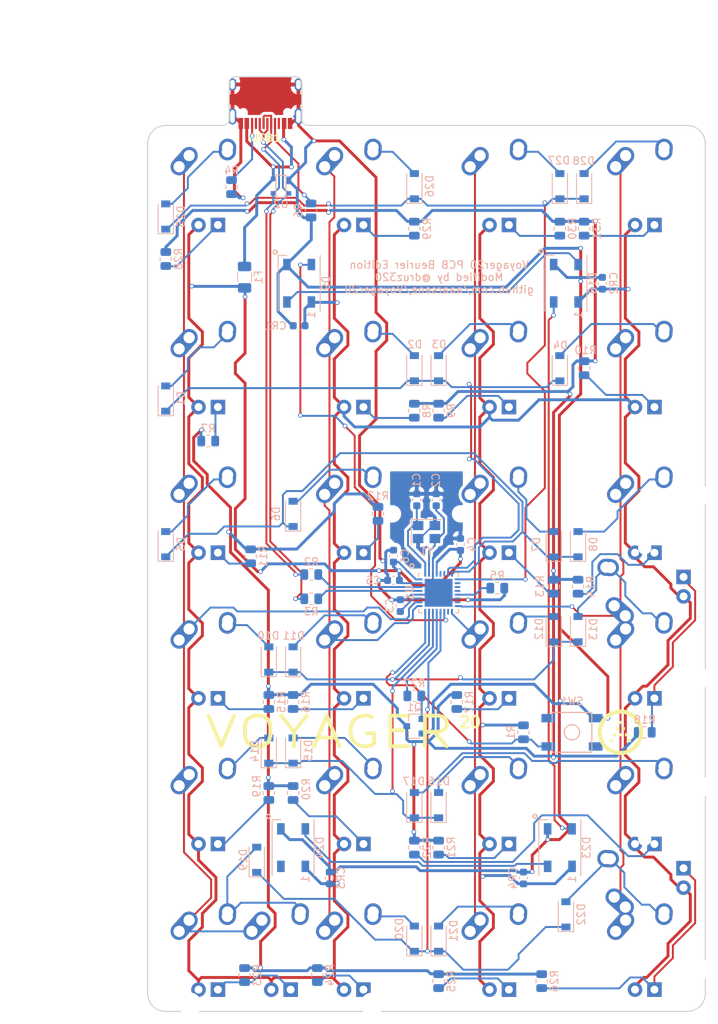
<source format=kicad_pcb>
(kicad_pcb (version 20221018) (generator pcbnew)
  (layers (0 "F.Cu" signal) (31 "B.Cu" signal) (34 "B.Paste" user) (35 "F.Paste" user) (36 "B.SilkS" user "B.Silkscreen") (37 "F.SilkS" user "F.Silkscreen") (38 "B.Mask" user) (39 "F.Mask" user) (44 "Edge.Cuts" user))
  (net 0 "")
  (net 1 "Net-(C1-Pad1)")
  (net 2 "GND")
  (net 3 "Net-(C2-Pad1)")
  (net 4 "Net-(C3-Pad1)")
  (net 5 "+5V")
  (net 6 "ROW0")
  (net 7 "ROW1")
  (net 8 "ROW2")
  (net 9 "ROW3")
  (net 10 "VCC")
  (net 11 "COL0")
  (net 12 "COL1")
  (net 13 "COL2")
  (net 14 "COL3")
  (net 15 "Net-(R1-Pad2)")
  (net 16 "Net-(R5-Pad2)")
  (net 17 "RGBLED")
  (net 18 "Net-(D1-Pad2)")
  (net 19 "Net-(D2-Pad2)")
  (net 20 "Net-(D3-Pad2)")
  (net 21 "Net-(D4-Pad2)")
  (net 22 "Net-(D5-Pad2)")
  (net 23 "Net-(D6-Pad2)")
  (net 24 "Net-(D7-Pad2)")
  (net 25 "Net-(D8-Pad2)")
  (net 26 "Net-(D10-Pad2)")
  (net 27 "Net-(D11-Pad2)")
  (net 28 "Net-(D12-Pad2)")
  (net 29 "Net-(D13-Pad2)")
  (net 30 "Net-(D14-Pad2)")
  (net 31 "Net-(D15-Pad2)")
  (net 32 "Net-(D16-Pad2)")
  (net 33 "Net-(D17-Pad2)")
  (net 34 "Net-(D18-Pad2)")
  (net 35 "Net-(D19-Pad2)")
  (net 36 "Net-(D20-Pad2)")
  (net 37 "Net-(D21-Pad2)")
  (net 38 "Net-(D22-Pad2)")
  (net 39 "Net-(D23-Pad2)")
  (net 40 "Net-(D24-Pad2)")
  (net 41 "D-")
  (net 42 "Net-(R2-Pad2)")
  (net 43 "D+")
  (net 44 "Net-(R3-Pad1)")
  (net 45 "Net-(R4-Pad1)")
  (net 46 "Net-(R6-Pad1)")
  (net 47 "Net-(U1-Pad6)")
  (net 48 "Net-(U1-Pad5)")
  (net 49 "Net-(USB1-Pad9)")
  (net 50 "Net-(USB1-Pad3)")
  (net 51 "Net-(D18-Pad4)")
  (net 52 "ROW4")
  (net 53 "Net-(MX1-Pad4)")
  (net 54 "Net-(MX2-Pad4)")
  (net 55 "Net-(MX3-Pad4)")
  (net 56 "Net-(MX4-Pad4)")
  (net 57 "Net-(MX5-Pad4)")
  (net 58 "Net-(MX6-Pad4)")
  (net 59 "Net-(MX7-Pad4)")
  (net 60 "Net-(MX8-Pad4)")
  (net 61 "Net-(MX9-Pad4)")
  (net 62 "Net-(MX10-Pad4)")
  (net 63 "Net-(MX11-Pad4)")
  (net 64 "Net-(MX13-Pad4)")
  (net 65 "Net-(MX14-Pad4)")
  (net 66 "Net-(MX15-Pad4)")
  (net 67 "Net-(MX16-Pad4)")
  (net 68 "Net-(MX18-Pad4)")
  (net 69 "Net-(MX19-Pad4)")
  (net 70 "LEDGND")
  (net 71 "Net-(U1-Pad18)")
  (net 72 "Net-(U1-Pad15)")
  (net 73 "Net-(U1-Pad14)")
  (net 74 "Net-(U1-Pad12)")
  (net 75 "Net-(U1-Pad11)")
  (net 76 "Net-(U1-Pad10)")
  (net 77 "Net-(MX-E-1-Pad4)")
  (net 78 "Net-(MX-E-2-Pad4)")
  (net 79 "Net-(MX-E-3-Pad4)")
  (net 80 "Net-(Q1-Pad1)")
  (net 81 "Net-(R27-Pad2)")
  (net 82 "ROWFN")
  (net 83 "Net-(D25-Pad2)")
  (net 84 "Net-(D26-Pad2)")
  (net 85 "Net-(D27-Pad2)")
  (net 86 "Net-(D28-Pad2)")
  (net 87 "Net-(MX21-Pad4)")
  (net 88 "Net-(MX22-Pad4)")
  (net 89 "Net-(MX23-Pad4)")
  (net 90 "Net-(MX24-Pad4)")
  (footprint "MX_Alps_Hybrid:MX-1U" (layer "F.Cu") (at 47.625 39.6875)
    (fp_text reference "MX1")
    (fp_text value "MX-1U")
  )
  (footprint "MX_Alps_Hybrid:MX-1U" (layer "F.Cu") (at 66.675 39.6875)
    (fp_text reference "MX2")
    (fp_text value "MX-1U")
  )
  (footprint "MX_Alps_Hybrid:MX-1U" (layer "F.Cu") (at 85.725 39.6875)
    (fp_text reference "MX3")
    (fp_text value "MX-1U")
  )
  (footprint "MX_Alps_Hybrid:MX-1U" (layer "F.Cu") (at 104.775 39.6875)
    (fp_text reference "MX4")
    (fp_text value "MX-1U")
  )
  (footprint "MX_Alps_Hybrid:MX-1U" (layer "F.Cu") (at 47.625 58.7375)
    (fp_text reference "MX5")
    (fp_text value "MX-1U")
  )
  (footprint "MX_Alps_Hybrid:MX-1U" (layer "F.Cu") (at 66.675 58.7375)
    (fp_text reference "MX6")
    (fp_text value "MX-1U")
  )
  (footprint "MX_Alps_Hybrid:MX-1U" (layer "F.Cu") (at 85.725 58.7375)
    (fp_text reference "MX7")
    (fp_text value "MX-1U")
  )
  (footprint "MX_Alps_Hybrid:MX-1U" (layer "F.Cu") (at 104.775 58.7375)
    (fp_text reference "MX8")
    (fp_text value "MX-1U")
  )
  (footprint "MX_Alps_Hybrid:MX-1U" (layer "F.Cu") (at 47.625 77.7875)
    (fp_text reference "MX9")
    (fp_text value "MX-1U")
  )
  (footprint "MX_Alps_Hybrid:MX-1U" (layer "F.Cu") (at 66.675 77.7875)
    (fp_text reference "MX10")
    (fp_text value "MX-1U")
  )
  (footprint "MX_Alps_Hybrid:MX-1U" (layer "F.Cu") (at 85.725 77.7875)
    (fp_text reference "MX11")
    (fp_text value "MX-1U")
  )
  (footprint "MX_Alps_Hybrid:MX-1U" (layer "F.Cu") (at 104.775 77.7875)
    (fp_text reference "MX12")
    (fp_text value "MX-1U")
  )
  (footprint "MX_Alps_Hybrid:MX-1U" (layer "F.Cu") (at 47.625 96.8375)
    (fp_text reference "MX13")
    (fp_text value "MX-1U")
  )
  (footprint "MX_Alps_Hybrid:MX-1U" (layer "F.Cu") (at 66.675 96.8375)
    (fp_text reference "MX14")
    (fp_text value "MX-1U")
  )
  (footprint "MX_Alps_Hybrid:MX-1U" (layer "F.Cu") (at 85.725 96.8375)
    (fp_text reference "MX15")
    (fp_text value "MX-1U")
  )
  (footprint "MX_Alps_Hybrid:MX-1U" (layer "F.Cu") (at 104.775 96.8375)
    (fp_text reference "MX16")
    (fp_text value "MX-1U")
  )
  (footprint "MX_Alps_Hybrid:MX-1U" (layer "F.Cu") (at 47.625 115.8875)
    (fp_text reference "MX17")
    (fp_text value "MX-1U")
  )
  (footprint "MX_Alps_Hybrid:MX-1U" (layer "F.Cu") (at 66.675 115.8875)
    (fp_text reference "MX18")
    (fp_text value "MX-1U")
  )
  (footprint "MX_Alps_Hybrid:MX-1U" (layer "F.Cu") (at 85.725 115.8875)
    (fp_text reference "MX19")
    (fp_text value "MX-1U")
  )
  (footprint "MX_Alps_Hybrid:MX-1U" (layer "F.Cu") (at 104.775 115.8875)
    (fp_text reference "MX20")
    (fp_text value "MX-1U")
  )
  (footprint "Type-C:HRO-TYPE-C-31-M-12-Assembly" (layer "F.Cu") (at 55.12 -0.025 180)
    (fp_text reference "USB1")
    (fp_text value "HRO-TYPE-C-31-M-12")
  )
  (footprint "MX_Alps_Hybrid:MX-2U-ReversedStabilizers" (layer "F.Cu") (at 104.775 68.2625 90)
    (fp_text reference "MX-E-1")
    (fp_text value "MX-2U")
  )
  (footprint "MX_Alps_Hybrid:MX-2U-ReversedStabilizers" (layer "F.Cu") (at 104.775 106.3625 90)
    (fp_text reference "MX-E-2")
    (fp_text value "MX-2U")
  )
  (footprint "MX_Alps_Hybrid:MX-2U-ReversedStabilizers" (layer "F.Cu") (at 57.15 115.8875)
    (fp_text reference "MX-E-3")
    (fp_text value "MX-2U")
  )
  (footprint "locallib:ai-ring-6mm" (layer "F.Cu") (at 101.6 87.3125)
    (fp_text reference "G***" hide)
    (fp_text value "LOGO" hide)
  )
  (footprint "MX_Alps_Hybrid:MX-1U" (layer "F.Cu") (at 47.625 15.875)
    (fp_text reference "MX21")
    (fp_text value "MX-1U")
  )
  (footprint "MX_Alps_Hybrid:MX-1U" (layer "F.Cu") (at 66.675 15.875)
    (fp_text reference "MX22")
    (fp_text value "MX-1U")
  )
  (footprint "MX_Alps_Hybrid:MX-1U" (layer "F.Cu") (at 85.725 15.875)
    (fp_text reference "MX23")
    (fp_text value "MX-1U")
  )
  (footprint "MX_Alps_Hybrid:MX-1U" (layer "F.Cu") (at 104.775 15.875)
    (fp_text reference "MX24")
    (fp_text value "MX-1U")
  )
  (footprint "Capacitor_SMD:C_0603_1608Metric" (layer "B.Cu") (at 74.93 56.896 90)
    (fp_text reference "C1")
    (fp_text value "22p")
  )
  (footprint "Capacitor_SMD:C_0603_1608Metric" (layer "B.Cu") (at 77.47 56.896 90)
    (fp_text reference "C2")
    (fp_text value "22p")
  )
  (footprint "Capacitor_SMD:C_0603_1608Metric" (layer "B.Cu") (at 72.771 70.739 90)
    (fp_text reference "C3")
    (fp_text value "1uF")
  )
  (footprint "Capacitor_SMD:C_0603_1608Metric" (layer "B.Cu") (at 80.645 62.738 90)
    (fp_text reference "C4")
    (fp_text value "0.1u")
  )
  (footprint "Capacitor_SMD:C_0603_1608Metric" (layer "B.Cu") (at 71.882 67.437 180)
    (fp_text reference "C5")
    (fp_text value "0.1u")
  )
  (footprint "Capacitor_SMD:C_0603_1608Metric" (layer "B.Cu") (at 71.882 64.262 90)
    (fp_text reference "C6")
    (fp_text value "4.7u")
  )
  (footprint "Capacitor_SMD:C_0603_1608Metric" (layer "B.Cu") (at 59.53125 34.13125 180)
    (fp_text reference "CR1")
    (fp_text value "0.1u")
  )
  (footprint "Capacitor_SMD:C_0603_1608Metric" (layer "B.Cu") (at 99.21875 28.575 90)
    (fp_text reference "CR2")
    (fp_text value "0.1u")
  )
  (footprint "Capacitor_SMD:C_0603_1608Metric" (layer "B.Cu") (at 63.5 106.3625 90)
    (fp_text reference "CR3")
    (fp_text value "0.1u")
  )
  (footprint "Capacitor_SMD:C_0603_1608Metric" (layer "B.Cu") (at 88.9 106.3625 90)
    (fp_text reference "CR4")
    (fp_text value "0.1u")
  )
  (footprint "Diode_SMD:D_SOD-123" (layer "B.Cu") (at 42.06875 43.65625 90)
    (fp_text reference "D1")
    (fp_text value "SOD-123")
  )
  (footprint "Diode_SMD:D_SOD-123" (layer "B.Cu") (at 74.6125 39.6875 90)
    (fp_text reference "D2")
    (fp_text value "SOD-123")
  )
  (footprint "Diode_SMD:D_SOD-123" (layer "B.Cu") (at 77.7875 39.6875 90)
    (fp_text reference "D3")
    (fp_text value "SOD-123")
  )
  (footprint "Diode_SMD:D_SOD-123" (layer "B.Cu") (at 93.6625 39.6875 90)
    (fp_text reference "D4")
    (fp_text value "SOD-123")
  )
  (footprint "Diode_SMD:D_SOD-123" (layer "B.Cu") (at 42.06875 62.70625 90)
    (fp_text reference "D5")
    (fp_text value "SOD-123")
  )
  (footprint "Diode_SMD:D_SOD-123" (layer "B.Cu") (at 58.7375 58.7375 90)
    (fp_text reference "D6")
    (fp_text value "SOD-123")
  )
  (footprint "LED_SMD:LED_WS2812B_PLCC4_5.0x5.0mm_P3.2mm" (layer "B.Cu") (at 59.53125 28.575 90)
    (fp_text reference "D9")
    (fp_text value "WS2812B")
  )
  (footprint "Diode_SMD:D_SOD-123" (layer "B.Cu") (at 55.5625 77.7875 90)
    (fp_text reference "D10")
    (fp_text value "SOD-123")
  )
  (footprint "Diode_SMD:D_SOD-123" (layer "B.Cu") (at 58.7375 77.7875 90)
    (fp_text reference "D11")
    (fp_text value "SOD-123")
  )
  (footprint "Diode_SMD:D_SOD-123" (layer "B.Cu") (at 92.86875 73.81875 90)
    (fp_text reference "D12")
    (fp_text value "SOD-123")
  )
  (footprint "Diode_SMD:D_SOD-123" (layer "B.Cu") (at 96.04375 73.81875 90)
    (fp_text reference "D13")
    (fp_text value "SOD-123")
  )
  (footprint "Diode_SMD:D_SOD-123" (layer "B.Cu") (at 77.7875 96.8375 90)
    (fp_text reference "D16")
    (fp_text value "SOD-123")
  )
  (footprint "Diode_SMD:D_SOD-123" (layer "B.Cu") (at 74.6125 96.8375 90)
    (fp_text reference "D17")
    (fp_text value "SOD-123")
  )
  (footprint "Diode_SMD:D_SOD-123" (layer "B.Cu") (at 53.975 103.98125 90)
    (fp_text reference "D19")
    (fp_text value "SOD-123")
  )
  (footprint "Diode_SMD:D_SOD-123" (layer "B.Cu") (at 74.6125 114.3 90)
    (fp_text reference "D20")
    (fp_text value "SOD-123")
  )
  (footprint "Diode_SMD:D_SOD-123" (layer "B.Cu") (at 77.7875 114.3 90)
    (fp_text reference "D21")
    (fp_text value "SOD-123")
  )
  (footprint "Diode_SMD:D_SOD-123" (layer "B.Cu") (at 94.45625 111.125 90)
    (fp_text reference "D22")
    (fp_text value "SOD-123")
  )
  (footprint "LED_SMD:LED_WS2812B_PLCC4_5.0x5.0mm_P3.2mm" (layer "B.Cu") (at 93.6625 102.39375 90)
    (fp_text reference "D23")
    (fp_text value "WS2812B")
  )
  (footprint "LED_SMD:LED_WS2812B_PLCC4_5.0x5.0mm_P3.2mm" (layer "B.Cu") (at 58.7375 102.39375 90)
    (fp_text reference "D24")
    (fp_text value "WS2812B")
  )
  (footprint "Fuse:Fuse_1206_3216Metric" (layer "B.Cu") (at 52.3875 27.78125 90)
    (fp_text reference "F1")
    (fp_text value "500mA")
  )
  (footprint "Resistor_SMD:R_0805_2012Metric" (layer "B.Cu") (at 88.9 87.3125 -90)
    (fp_text reference "R1")
    (fp_text value "10k")
  )
  (footprint "Resistor_SMD:R_0805_2012Metric" (layer "B.Cu") (at 61.11875 66.675 180)
    (fp_text reference "R2")
    (fp_text value "22")
  )
  (footprint "Resistor_SMD:R_0805_2012Metric" (layer "B.Cu") (at 61.11875 69.85)
    (fp_text reference "R3")
    (fp_text value "22")
  )
  (footprint "Resistor_SMD:R_0805_2012Metric" (layer "B.Cu") (at 50.673 16.002 -90)
    (fp_text reference "R4")
    (fp_text value "5.1k")
  )
  (footprint "Resistor_SMD:R_0805_2012Metric" (layer "B.Cu") (at 85.471 68.453 180)
    (fp_text reference "R5")
    (fp_text value "10k")
  )
  (footprint "Resistor_SMD:R_0805_2012Metric" (layer "B.Cu") (at 61.087 19.05 -90)
    (fp_text reference "R6")
    (fp_text value "5.1k")
  )
  (footprint "Resistor_SMD:R_0805_2012Metric" (layer "B.Cu") (at 47.625 49.2125 180)
    (fp_text reference "R7")
    (fp_text value "1k")
  )
  (footprint "Resistor_SMD:R_0805_2012Metric" (layer "B.Cu") (at 96.8375 39.6875 90)
    (fp_text reference "R10")
    (fp_text value "1k")
  )
  (footprint "Resistor_SMD:R_0805_2012Metric" (layer "B.Cu") (at 53.18125 64.29375 90)
    (fp_text reference "R11")
    (fp_text value "1k")
  )
  (footprint "Resistor_SMD:R_0805_2012Metric" (layer "B.Cu") (at 69.85 58.7375 90)
    (fp_text reference "R12")
    (fp_text value "1k")
  )
  (footprint "Resistor_SMD:R_0805_2012Metric" (layer "B.Cu") (at 92.86875 68.2625 90)
    (fp_text reference "R13")
    (fp_text value "1k")
  )
  (footprint "Resistor_SMD:R_0805_2012Metric" (layer "B.Cu") (at 96.04375 68.2625 90)
    (fp_text reference "R14")
    (fp_text value "1k")
  )
  (footprint "Resistor_SMD:R_0805_2012Metric" (layer "B.Cu") (at 55.5625 83.34375 90)
    (fp_text reference "R15")
    (fp_text value "1k")
  )
  (footprint "Resistor_SMD:R_0805_2012Metric" (layer "B.Cu") (at 58.7375 83.34375 90)
    (fp_text reference "R16")
    (fp_text value "1k")
  )
  (footprint "Resistor_SMD:R_0805_2012Metric" (layer "B.Cu") (at 80.16875 83.34375 90)
    (fp_text reference "R17")
    (fp_text value "1k")
  )
  (footprint "Resistor_SMD:R_0805_2012Metric" (layer "B.Cu") (at 104.775 87.3125 180)
    (fp_text reference "R18")
    (fp_text value "1k")
  )
  (footprint "Resistor_SMD:R_0805_2012Metric" (layer "B.Cu") (at 77.7875 102.39375 90)
    (fp_text reference "R21")
    (fp_text value "1k")
  )
  (footprint "Resistor_SMD:R_0805_2012Metric" (layer "B.Cu") (at 74.6125 102.39375 90)
    (fp_text reference "R22")
    (fp_text value "1k")
  )
  (footprint "Resistor_SMD:R_0805_2012Metric" (layer "B.Cu") (at 52.3875 119.0625 90)
    (fp_text reference "R23")
    (fp_text value "1k")
  )
  (footprint "Resistor_SMD:R_0805_2012Metric" (layer "B.Cu") (at 61.9125 119.0625 90)
    (fp_text reference "R24")
    (fp_text value "1k")
  )
  (footprint "Resistor_SMD:R_0805_2012Metric" (layer "B.Cu") (at 77.7875 119.85625 90)
    (fp_text reference "R25")
    (fp_text value "1k")
  )
  (footprint "Resistor_SMD:R_0805_2012Metric" (layer "B.Cu") (at 91.28125 119.85625 90)
    (fp_text reference "R26")
    (fp_text value "1k")
  )
  (footprint "random-keyboard-parts:SKQG-1155865" (layer "B.Cu") (at 95.25 87.3125)
    (fp_text reference "SW1")
    (fp_text value "SW_Push")
  )
  (footprint "Crystal:Crystal_SMD_3225-4Pin_3.2x2.5mm" (layer "B.Cu") (at 76.2 61.11875)
    (fp_text reference "Y1")
    (fp_text value "16MHz")
  )
  (footprint "Package_DFN_QFN:QFN-32-1EP_5x5mm_P0.5mm_EP3.65x3.65mm" (layer "B.Cu") (at 77.7875 69.05625 -90)
    (fp_text reference "U1")
    (fp_text value "ATmega32U2-AU")
  )
  (footprint "LED_SMD:LED_WS2812B_PLCC4_5.0x5.0mm_P3.2mm" (layer "B.Cu") (at 94.45625 28.575 90)
    (fp_text reference "D18")
    (fp_text value "WS2812B")
  )
  (footprint "Package_TO_SOT_SMD:SOT-23" (layer "B.Cu") (at 74.6125 86.51875 180)
    (fp_text reference "Q1")
    (fp_text value "Q_NPN_BEC")
  )
  (footprint "Resistor_SMD:R_0805_2012Metric" (layer "B.Cu") (at 74.6125 82.55 180)
    (fp_text reference "R27")
    (fp_text value "1k")
  )
  (footprint "Resistor_SMD:R_0805_2012Metric" (layer "B.Cu") (at 58.7375 95.25 90)
    (fp_text reference "R20")
    (fp_text value "1k")
  )
  (footprint "Resistor_SMD:R_0805_2012Metric" (layer "B.Cu") (at 55.5625 95.25 90)
    (fp_text reference "R19")
    (fp_text value "1k")
  )
  (footprint "Diode_SMD:D_SOD-123" (layer "B.Cu") (at 58.7375 89.69375 90)
    (fp_text reference "D15")
    (fp_text value "SOD-123")
  )
  (footprint "Diode_SMD:D_SOD-123" (layer "B.Cu") (at 55.5625 89.69375 90)
    (fp_text reference "D14")
    (fp_text value "SOD-123")
  )
  (footprint "Diode_SMD:D_SOD-123" (layer "B.Cu") (at 96.04375 62.70625 90)
    (fp_text reference "D8")
    (fp_text value "SOD-123")
  )
  (footprint "Diode_SMD:D_SOD-123" (layer "B.Cu") (at 92.86875 62.70625 90)
    (fp_text reference "D7")
    (fp_text value "SOD-123")
  )
  (footprint "Resistor_SMD:R_0805_2012Metric" (layer "B.Cu") (at 77.7875 45.24375 90)
    (fp_text reference "R9")
    (fp_text value "1k")
  )
  (footprint "Resistor_SMD:R_0805_2012Metric" (layer "B.Cu") (at 74.6125 45.24375 90)
    (fp_text reference "R8")
    (fp_text value "1k")
  )
  (footprint "Diode_SMD:D_SOD-123" (layer "B.Cu") (at 42.06875 19.84375 90)
    (fp_text reference "D25")
    (fp_text value "SOD-123")
  )
  (footprint "Diode_SMD:D_SOD-123" (layer "B.Cu") (at 74.6125 15.875 90)
    (fp_text reference "D26")
    (fp_text value "SOD-123")
  )
  (footprint "Diode_SMD:D_SOD-123" (layer "B.Cu") (at 93.6625 15.875 90)
    (fp_text reference "D27")
    (fp_text value "SOD-123")
  )
  (footprint "Diode_SMD:D_SOD-123" (layer "B.Cu") (at 96.8375 15.875 90)
    (fp_text reference "D28")
    (fp_text value "SOD-123")
  )
  (footprint "Resistor_SMD:R_0805_2012Metric" (layer "B.Cu") (at 42.06875 25.4 90)
    (fp_text reference "R28")
    (fp_text value "1k")
  )
  (footprint "Resistor_SMD:R_0805_2012Metric" (layer "B.Cu") (at 74.6125 21.43125 90)
    (fp_text reference "R29")
    (fp_text value "1k")
  )
  (footprint "Resistor_SMD:R_0805_2012Metric" (layer "B.Cu") (at 93.6625 21.43125 90)
    (fp_text reference "R30")
    (fp_text value "1k")
  )
  (footprint "Resistor_SMD:R_0805_2012Metric" (layer "B.Cu") (at 96.8375 21.43125 90)
    (fp_text reference "R31")
    (fp_text value "1k")
  )
  (footprint "random-keyboard-parts:SOT143B" (layer "B.Cu") (at 57.15 15.875 -90)
    (fp_text reference "U2")
    (fp_text value "PRTR5V0U2X")
  )
  (gr_circle (center 56.388 24.511) (end 56.388 24.257) (stroke (width 0.2)) (fill none) (layer "B.SilkS"))
  (gr_circle (center 91.186 24.384) (end 91.186 24.13) (stroke (width 0.2)) (fill none) (layer "B.SilkS"))
  (gr_circle (center 74.295 65.532) (end 74.295 65.278) (stroke (width 0.2)) (fill none) (layer "B.SilkS"))
  (gr_circle (center 55.499 98.298) (end 55.499 98.044) (stroke (width 0.2)) (fill none) (layer "B.SilkS"))
  (gr_circle (center 90.424 98.298) (end 90.424 98.044) (stroke (width 0.2)) (fill none) (layer "B.SilkS"))
  (gr_arc (start 39.6875 10.31875) (mid 40.384952 8.634952) (end 42.06875 7.9375) (stroke (width 0.15)) (layer "Edge.Cuts"))
  (gr_arc (start 110.33125 7.9375) (mid 112.015048 8.634952) (end 112.7125 10.31875) (stroke (width 0.15)) (layer "Edge.Cuts"))
  (gr_arc (start 50.3575 2.35625) (mid 50.589984 1.794984) (end 51.15125 1.5625) (stroke (width 0.15)) (layer "Edge.Cuts"))
  (gr_line (start 50.3575 7.14375) (end 50.3575 2.35625) (stroke (width 0.15)) (layer "Edge.Cuts"))
  (gr_arc (start 50.3575 7.14375) (mid 50.125016 7.705016) (end 49.56375 7.9375) (stroke (width 0.15)) (layer "Edge.Cuts"))
  (gr_arc (start 59.08875 1.5625) (mid 59.650016 1.794984) (end 59.8825 2.35625) (stroke (width 0.15)) (layer "Edge.Cuts"))
  (gr_line (start 42.06875 7.9375) (end 49.56375 7.9375) (stroke (width 0.15)) (layer "Edge.Cuts"))
  (gr_line (start 51.15125 1.5625) (end 59.08875 1.5625) (stroke (width 0.15)) (layer "Edge.Cuts"))
  (gr_line (start 59.8825 2.35625) (end 59.8825 7.14375) (stroke (width 0.15)) (layer "Edge.Cuts"))
  (gr_arc (start 60.67625 7.9375) (mid 60.114984 7.705016) (end 59.8825 7.14375) (stroke (width 0.15)) (layer "Edge.Cuts"))
  (gr_line (start 60.67625 7.9375) (end 110.33125 7.9375) (stroke (width 0.15)) (layer "Edge.Cuts"))
  (gr_line (start 39.6875 121.44375) (end 39.6875 10.31875) (stroke (width 0.15)) (layer "Edge.Cuts"))
  (gr_arc (start 112.7125 121.44375) (mid 112.015048 123.127548) (end 110.33125 123.825) (stroke (width 0.15)) (layer "Edge.Cuts"))
  (gr_arc (start 42.06875 123.825) (mid 40.384952 123.127548) (end 39.6875 121.44375) (stroke (width 0.15)) (layer "Edge.Cuts"))
  (gr_line (start 110.33125 123.825) (end 42.06875 123.825) (stroke (width 0.15)) (layer "Edge.Cuts"))
  (gr_line (start 112.7125 121.44375) (end 112.7125 10.31875) (stroke (width 0.15)) (layer "Edge.Cuts"))
  (gr_text "Voyager20 PCB Beurier Edition\nModified by @druz320\ngithub.com/aaarsene/Voyager20" (at 77.851 27.78125) (layer "B.SilkS") (effects (font (size 1 1)) (justify mirror)))
  (gr_text "20" (at 81.915 85.979) (layer "F.SilkS") (effects (font (size 1.5 1.5) (thickness 0.3))))
  (gr_text "VOYAGER" (at 63.5 87.3125) (layer "F.SilkS") (effects (font (size 4 5) (thickness 0.5))))
  (segment (start 74.47825 60.26875) (end 75.1 60.26875) (width 0.254) (layer "B.Cu") (net 1))
  (segment (start 73.787 60.96) (end 74.47825 60.26875) (width 0.254) (layer "B.Cu") (net 1))
  (segment (start 73.787 62.865) (end 73.787 60.96) (width 0.254) (layer "B.Cu") (net 1))
  (segment (start 76.0375 66.65625) (end 76.0375 65.1155) (width 0.254) (layer "B.Cu") (net 1))
  (segment (start 76.0375 65.1155) (end 73.787 62.865) (width 0.254) (layer "B.Cu") (net 1))
  (segment (start 74.93 57.646) (end 74.93 60.09875) (width 0.254) (layer "B.Cu") (net 1))
  (segment (start 74.93 60.09875) (end 75.1 60.26875) (width 0.254) (layer "B.Cu") (net 1))
  (segment (start 55.591 2.575) (end 50.8 2.575) (width 0.381) (layer "F.Cu") (net 2))
  (segment (start 71.628 69.977) (end 81.661 69.977) (width 0.381) (layer "F.Cu") (net 2))
  (segment (start 61.47 9.955) (end 64.819 9.955) (width 0.381) (layer "F.Cu") (net 2))
  (segment (start 93.599 83.058) (end 93.726 83.185) (width 0.381) (layer "F.Cu") (net 2))
  (segment (start 58.525 7.67) (end 59.44 6.755) (width 0.381) (layer "F.Cu") (net 2))
  (segment (start 70.104 57.658) (end 70.104 64.516) (width 0.381) (layer "F.Cu") (net 2))
  (segment (start 92.583 101.346) (end 92.075 101.346) (width 0.381) (layer "F.Cu") (net 2))
  (segment (start 69.596 37.465) (end 69.596 46.355) (width 0.381) (layer "F.Cu") (net 2))
  (segment (start 59.44 2.575) (end 55.591 2.575) (width 0.381) (layer "F.Cu") (net 2))
  (segment (start 93.726 83.185) (end 93.599 83.312) (width 0.381) (layer "F.Cu") (net 2))
  (segment (start 50.98 6.755) (end 51.895 7.67) (width 0.381) (layer "F.Cu") (net 2))
  (segment (start 94.742 100.203) (end 93.599 101.346) (width 0.381) (layer "F.Cu") (net 2))
  (segment (start 51.895 7.67) (end 51.895 12.748) (width 0.381) (layer "F.Cu") (net 2))
  (segment (start 90.043 103.378) (end 92.075 101.346) (width 0.381) (layer "F.Cu") (net 2))
  (segment (start 67.437 48.514) (end 67.437 54.991) (width 0.381) (layer "F.Cu") (net 2))
  (segment (start 70.104 64.516) (end 70.485 64.897) (width 0.381) (layer "F.Cu") (net 2))
  (segment (start 70.993 36.068) (end 69.596 37.465) (width 0.381) (layer "F.Cu") (net 2))
  (segment (start 51.054 16.51) (end 51.943 17.399) (width 0.381) (layer "F.Cu") (net 2))
  (segment (start 59.44 6.755) (end 59.44 7.925) (width 0.381) (layer "F.Cu") (net 2))
  (segment (start 50.8 6.755) (end 50.98 6.755) (width 0.381) (layer "F.Cu") (net 2))
  (segment (start 64.819 9.955) (end 69.596 14.732) (width 0.381) (layer "F.Cu") (net 2))
  (segment (start 93.599 101.346) (end 92.583 101.346) (width 0.381) (layer "F.Cu") (net 2))
  (segment (start 96.393 43.053) (end 96.393 28.321) (width 0.381) (layer "F.Cu") (net 2))
  (segment (start 69.596 32.385) (end 70.993 33.782) (width 0.381) (layer "F.Cu") (net 2))
  (segment (start 50.8 2.575) (end 50.8 6.755) (width 0.381) (layer "F.Cu") (net 2))
  (segment (start 59.44 7.925) (end 61.47 9.955) (width 0.381) (layer "F.Cu") (net 2))
  (segment (start 51.943 17.399) (end 52.197 17.399) (width 0.381) (layer "F.Cu") (net 2))
  (segment (start 69.596 14.732) (end 69.596 32.385) (width 0.381) (layer "F.Cu") (net 2))
  (segment (start 59.44 2.671) (end 59.44 6.755) (width 0.381) (layer "F.Cu") (net 2))
  (segment (start 51.895 12.748) (end 51.054 13.589) (width 0.381) (layer "F.Cu") (net 2))
  (segment (start 59.44 2.575) (end 59.44 2.671) (width 0.381) (layer "F.Cu") (net 2))
  (segment (start 93.599 73.66) (end 93.599 83.058) (width 0.381) (layer "F.Cu") (net 2))
  (segment (start 99.949 80.01) (end 93.599 73.66) (width 0.381) (layer "F.Cu") (net 2))
  (segment (start 94.742 99.441) (end 94.742 100.203) (width 0.381) (layer "F.Cu") (net 2))
  (segment (start 99.949 85.471) (end 99.949 80.01) (width 0.381) (layer "F.Cu") (net 2))
  (segment (start 69.977 67.437) (end 69.977 68.326) (width 0.381) (layer "F.Cu") (net 2))
  (segment (start 96.393 24.003) (end 96.393 28.321) (width 0.381) (layer "F.Cu") (net 2))
  (segment (start 93.599 98.298) (end 94.742 99.441) (width 0.381) (layer "F.Cu") (net 2))
  (segment (start 69.596 46.355) (end 67.437 48.514) (width 0.381) (layer "F.Cu") (net 2))
  (segment (start 69.977 68.326) (end 71.628 69.977) (width 0.381) (layer "F.Cu") (net 2))
  (segment (start 70.993 33.782) (end 70.993 36.068) (width 0.381) (layer "F.Cu") (net 2))
  (segment (start 67.437 54.991) (end 70.104 57.658) (width 0.381) (layer "F.Cu") (net 2))
  (segment (start 93.599 73.66) (end 93.599 45.847) (width 0.381) (layer "F.Cu") (net 2))
  (segment (start 51.054 13.589) (end 51.054 16.51) (width 0.381) (layer "F.Cu") (net 2))
  (segment (start 90.043 104.394) (end 90.043 103.378) (width 0.381) (layer "F.Cu") (net 2))
  (segment (start 93.599 83.312) (end 93.599 98.298) (width 0.381) (layer "F.Cu") (net 2))
  (segment (start 90.043 105.537) (end 90.043 104.394) (width 0.381) (layer "F.Cu") (net 2))
  (segment (start 58.345 7.67) (end 58.525 7.67) (width 0.381) (layer "F.Cu") (net 2))
  (segment (start 93.599 45.847) (end 96.393 43.053) (width 0.381) (layer "F.Cu") (net 2))
  (via (at 61.47 9.955) (size 0.6) (drill 0.4) (layers "F.Cu" "B.Cu") (net 2))
  (via (at 69.977 67.437) (size 0.6) (drill 0.4) (layers "F.Cu" "B.Cu") (net 2))
  (via (at 81.661 69.977) (size 0.6) (drill 0.4) (layers "F.Cu" "B.Cu") (net 2))
  (via (at 71.628 69.977) (size 0.6) (drill 0.4) (layers "F.Cu" "B.Cu") (net 2))
  (via (at 96.393 24.003) (size 0.6) (drill 0.4) (layers "F.Cu" "B.Cu") (net 2))
  (via (at 93.726 83.185) (size 0.6) (drill 0.4) (layers "F.Cu" "B.Cu") (net 2))
  (via (at 52.197 17.399) (size 0.6) (drill 0.4) (layers "F.Cu" "B.Cu") (net 2))
  (via (at 96.393 28.321) (size 0.6) (drill 0.4) (layers "F.Cu" "B.Cu") (net 2))
  (via (at 99.949 85.471) (size 0.6) (drill 0.4) (layers "F.Cu" "B.Cu") (net 2))
  (via (at 92.075 101.346) (size 0.6) (drill 0.4) (layers "F.Cu" "B.Cu") (net 2))
  (via (at 70.485 64.897) (size 0.6) (drill 0.4) (layers "F.Cu" "B.Cu") (net 2))
  (via (at 90.043 105.537) (size 0.6) (drill 0.4) (layers "F.Cu" "B.Cu") (net 2))
  (segment (start 77.0375 66.65625) (end 77.0375 64.6945) (width 0.254) (layer "B.Cu") (net 2))
  (segment (start 71.108 63.512) (end 70.866 63.754) (width 0.381) (layer "B.Cu") (net 2))
  (segment (start 56.769 27.23725) (end 57.93125 26.075) (width 0.381) (layer "B.Cu") (net 2))
  (segment (start 70.866 64.897) (end 70.866 66.421) (width 0.381) (layer "B.Cu") (net 2))
  (segment (start 99.21875 27.825) (end 96.393 27.825) (width 0.381) (layer "B.Cu") (net 2))
  (segment (start 78.244 56.146) (end 77.47 56.146) (width 0.381) (layer "B.Cu") (net 2))
  (segment (start 77.089 64.516) (end 77.0375 64.5675) (width 0.254) (layer "B.Cu") (net 2))
  (segment (start 75.34365 61.96875) (end 77.04365 60.26875) (width 0.2032) (layer "B.Cu") (net 2))
  (segment (start 59.12 6.755) (end 58.94 6.755) (width 0.381) (layer "B.Cu") (net 2))
  (segment (start 71.882 63.512) (end 71.108 63.512) (width 0.381) (layer "B.Cu") (net 2))
  (segment (start 60.132 20) (end 61.11875 20) (width 0.381) (layer "B.Cu") (net 2))
  (segment (start 88.9 105.6125) (end 88.138 105.6125) (width 0.381) (layer "B.Cu") (net 2))
  (segment (start 76.23575 69.30625) (end 77.0375 68.5045) (width 0.254) (layer "B.Cu") (net 2))
  (segment (start 99.9405 85.4625) (end 99.949 85.471) (width 0.381) (layer "B.Cu") (net 2))
  (segment (start 86.421 69.408) (end 85.852 69.977) (width 0.381) (layer "B.Cu") (net 2))
  (segment (start 94.60625 27.825) (end 92.85625 26.075) (width 0.381) (layer "B.Cu") (net 2))
  (segment (start 79.121 57.023) (end 78.244 56.146) (width 0.381) (layer "B.Cu") (net 2))
  (segment (start 98.0355 85.4625) (end 96.139 83.566) (width 0.381) (layer "B.Cu") (net 2))
  (segment (start 98.35 85.4625) (end 99.9405 85.4625) (width 0.381) (layer "B.Cu") (net 2))
  (segment (start 71.132 66.687) (end 71.132 67.437) (width 0.381) (layer "B.Cu") (net 2))
  (segment (start 93.726 83.185) (end 93.726 83.566) (width 0.381) (layer "B.Cu") (net 2))
  (segment (start 79.617 61.988) (end 78.613 62.992) (width 0.381) (layer "B.Cu") (net 2))
  (segment (start 76.48825 87.46875) (end 75.6125 87.46875) (width 0.381) (layer "B.Cu") (net 2))
  (segment (start 71.132 67.437) (end 69.977 67.437) (width 0.381) (layer "B.Cu") (net 2))
  (segment (start 57.93125 26.075) (end 57.93125 26.30825) (width 0.381) (layer "B.Cu") (net 2))
  (segment (start 59.281 19.149) (end 60.132 20) (width 0.381) (layer "B.Cu") (net 2))
  (segment (start 77.0375 68.5045) (end 77.0375 66.65625) (width 0.254) (layer "B.Cu") (net 2))
  (segment (start 61.11875 22.8875) (end 57.93125 26.075) (width 0.381) (layer "B.Cu") (net 2))
  (segment (start 74.20375 69.30625) (end 73.521 69.989) (width 0.254) (layer "B.Cu") (net 2))
  (segment (start 87.9355 105.41) (end 75.3625 105.41) (width 0.381) (layer "B.Cu") (net 2))
  (segment (start 90.297 81.026) (end 79.375 81.026) (width 0.381) (layer "B.Cu") (net 2))
  (segment (start 77.47 56.146) (end 74.93 56.146) (width 0.381) (layer "B.Cu") (net 2))
  (segment (start 64.1865 105.6125) (end 63.5 105.6125) (width 0.381) (layer "B.Cu") (net 2))
  (segment (start 58.78125 34.13125) (end 58.64225 34.13125) (width 0.381) (layer "B.Cu") (net 2))
  (segment (start 61.29 9.955) (end 60.375 10.87) (width 0.381) (layer "B.Cu") (net 2))
  (segment (start 77.089 86.868) (end 76.48825 87.46875) (width 0.381) (layer "B.Cu") (net 2))
  (segment (start 75.3875 69.30625) (end 74.20375 69.30625) (width 0.254) (layer "B.Cu") (net 2))
  (segment (start 77.0375 64.6945) (end 77.0375 64.5675) (width 0.254) (layer "B.Cu") (net 2))
  (segment (start 71.628 69.977) (end 71.64 69.989) (width 0.381) (layer "B.Cu") (net 2))
  (segment (start 93.726 83.566) (end 96.139 83.566) (width 0.381) (layer "B.Cu") (net 2))
  (segment (start 78.74 61.849) (end 79.121 61.468) (width 0.381) (layer "B.Cu") (net 2))
  (segment (start 88.9 105.6125) (end 89.9675 105.6125) (width 0.381) (layer "B.Cu") (net 2))
  (segment (start 89.9675 105.6125) (end 90.043 105.537) (width 0.381) (layer "B.Cu") (net 2))
  (segment (start 75.3875 69.30625) (end 76.23575 69.30625) (width 0.254) (layer "B.Cu") (net 2))
  (segment (start 79.744 61.988) (end 79.617 61.988) (width 0.381) (layer "B.Cu") (net 2))
  (segment (start 50.8 16.825) (end 51.115 16.825) (width 0.381) (layer "B.Cu") (net 2))
  (segment (start 51.115 16.825) (end 51.689 17.399) (width 0.381) (layer "B.Cu") (net 2))
  (segment (start 78.74 62.865) (end 78.613 62.992) (width 0.381) (layer "B.Cu") (net 2))
  (segment (start 58.15 15.125) (end 59.281 16.256) (width 0.381) (layer "B.Cu") (net 2))
  (segment (start 70.866 66.421) (end 71.132 66.687) (width 0.381) (layer "B.Cu") (net 2))
  (segment (start 60.706 29.083) (end 86.614 29.083) (width 0.381) (layer "B.Cu") (net 2))
  (segment (start 75.1 61.96875) (end 75.34365 61.96875) (width 0.381) (layer "B.Cu") (net 2))
  (segment (start 51.689 17.399) (end 52.197 17.399) (width 0.381) (layer "B.Cu") (net 2))
  (segment (start 58.64225 34.13125) (end 56.769 32.258) (width 0.381) (layer "B.Cu") (net 2))
  (segment (start 96.393 27.825) (end 94.60625 27.825) (width 0.381) (layer "B.Cu") (net 2))
  (segment (start 74.8545 104.902) (end 64.897 104.902) (width 0.381) (layer "B.Cu") (net 2))
  (segment (start 92.837 83.566) (end 90.297 81.026) (width 0.381) (layer "B.Cu") (net 2))
  (segment (start 56.769 32.258) (end 56.769 27.23725) (width 0.381) (layer "B.Cu") (net 2))
  (segment (start 59.281 16.256) (end 59.281 19.149) (width 0.381) (layer "B.Cu") (net 2))
  (segment (start 61.47 9.955) (end 61.29 9.955) (width 0.381) (layer "B.Cu") (net 2))
  (segment (start 80.645 61.988) (end 79.744 61.988) (width 0.381) (layer "B.Cu") (net 2))
  (segment (start 63.5 105.6125) (end 63.5 104.902) (width 0.381) (layer "B.Cu") (net 2))
  (segment (start 60.375 12.777) (end 58.15 15.002) (width 0.381) (layer "B.Cu") (net 2))
  (segment (start 75.3625 105.41) (end 74.8545 104.902) (width 0.381) (layer "B.Cu") (net 2))
  (segment (start 88.138 105.6125) (end 87.9355 105.41) (width 0.381) (layer "B.Cu") (net 2))
  (segment (start 70.866 63.754) (end 70.866 64.897) (width 0.381) (layer "B.Cu") (net 2))
  (segment (start 93.726 83.566) (end 92.837 83.566) (width 0.381) (layer "B.Cu") (net 2))
  (segment (start 77.04365 60.26875) (end 77.3 60.26875) (width 0.381) (layer "B.Cu") (net 2))
  (segment (start 79.375 81.026) (end 77.089 83.312) (width 0.381) (layer "B.Cu") (net 2))
  (segment (start 78.74 62.865) (end 77.089 64.516) (width 0.381) (layer "B.Cu") (net 2))
  (segment (start 57.93125 26.30825) (end 60.706 29.083) (width 0.381) (layer "B.Cu") (net 2))
  (segment (start 63.5 104.902) (end 59.944 101.346) (width 0.381) (layer "B.Cu") (net 2))
  (segment (start 58.15 15.002) (end 58.15 15.125) (width 0.381) (layer "B.Cu") (net 2))
  (segment (start 78.74 61.849) (end 78.74 62.865) (width 0.381) (layer "B.Cu") (net 2))
  (segment (start 86.421 68.453) (end 86.421 69.408) (width 0.381) (layer "B.Cu") (net 2))
  (segment (start 77.089 83.312) (end 77.089 86.868) (width 0.381) (layer "B.Cu") (net 2))
  (segment (start 64.897 104.902) (end 64.1865 105.6125) (width 0.381) (layer "B.Cu") (net 2))
  (segment (start 73.521 69.989) (end 72.771 69.989) (width 0.254) (layer "B.Cu") (net 2))
  (segment (start 71.64 69.989) (end 72.771 69.989) (width 0.381) (layer "B.Cu") (net 2))
  (segment (start 91.694 24.003) (end 96.393 24.003) (width 0.381) (layer "B.Cu") (net 2))
  (segment (start 59.944 101.346) (end 58.293 101.346) (width 0.381) (layer "B.Cu") (net 2))
  (segment (start 79.121 61.468) (end 79.121 57.023) (width 0.381) (layer "B.Cu") (net 2))
  (segment (start 60.375 10.87) (end 60.375 12.777) (width 0.381) (layer "B.Cu") (net 2))
  (segment (start 85.852 69.977) (end 81.661 69.977) (width 0.381) (layer "B.Cu") (net 2))
  (segment (start 98.35 85.4625) (end 98.0355 85.4625) (width 0.381) (layer "B.Cu") (net 2))
  (segment (start 57.1375 100.1905) (end 57.1375 99.89375) (width 0.381) (layer "B.Cu") (net 2))
  (segment (start 58.293 101.346) (end 57.1375 100.1905) (width 0.381) (layer "B.Cu") (net 2))
  (segment (start 92.075 101.346) (end 92.0625 101.3335) (width 0.381) (layer "B.Cu") (net 2))
  (segment (start 61.11875 20) (end 61.11875 22.8875) (width 0.381) (layer "B.Cu") (net 2))
  (segment (start 70.866 64.897) (end 70.485 64.897) (width 0.381) (layer "B.Cu") (net 2))
  (segment (start 86.614 29.083) (end 91.694 24.003) (width 0.381) (layer "B.Cu") (net 2))
  (segment (start 92.0625 101.3335) (end 92.0625 99.89375) (width 0.381) (layer "B.Cu") (net 2))
  (segment (start 96.393 28.321) (end 96.393 27.825) (width 0.381) (layer "B.Cu") (net 2))
  (segment (start 77.47 58.293) (end 77.47 57.646) (width 0.254) (layer "B.Cu") (net 3))
  (segment (start 78.486 61.214) (end 78.486 59.309) (width 0.254) (layer "B.Cu") (net 3))
  (segment (start 77.3 62.8645) (end 76.5375 63.627) (width 0.254) (layer "B.Cu") (net 3))
  (segment (start 77.3 61.96875) (end 77.3 62.8645) (width 0.254) (layer "B.Cu") (net 3))
  (segment (start 78.486 59.309) (end 77.47 58.293) (width 0.254) (layer "B.Cu") (net 3))
  (segment (start 77.3 61.96875) (end 77.73125 61.96875) (width 0.254) (layer "B.Cu") (net 3))
  (segment (start 76.5375 66.65625) (end 76.5375 63.627) (width 0.254) (layer "B.Cu") (net 3))
  (segment (start 77.73125 61.96875) (end 78.486 61.214) (width 0.254) (layer "B.Cu") (net 3))
  (segment (start 75.3875 69.80625) (end 74.46575 69.80625) (width 0.254) (layer "B.Cu") (net 4))
  (segment (start 72.783 71.489) (end 74.46575 69.80625) (width 0.254) (layer "B.Cu") (net 4))
  (segment (start 72.771 71.489) (end 72.783 71.489) (width 0.254) (layer "B.Cu") (net 4))
  (segment (start 84.963 112.903) (end 83.185 114.681) (width 0.381) (layer "F.Cu") (net 5))
  (segment (start 105.918 103.632) (end 108.204 105.918) (width 0.381) (layer "F.Cu") (net 5))
  (segment (start 46.355 44.7675) (end 45.085 43.4975) (width 0.381) (layer "F.Cu") (net 5))
  (segment (start 83.185 90.297) (end 84.963 92.075) (width 0.381) (layer "F.Cu") (net 5))
  (segment (start 64.135 100.711) (end 64.135 95.504) (width 0.381) (layer "F.Cu") (net 5))
  (segment (start 65.405 120.9675) (end 65.405 120.904) (width 0.381) (layer "F.Cu") (net 5))
  (segment (start 64.135 119.634) (end 64.135 114.554) (width 0.381) (layer "F.Cu") (net 5))
  (segment (start 46.863 112.776) (end 46.863 110.998) (width 0.381) (layer "F.Cu") (net 5))
  (segment (start 84.963 74.676) (end 83.185 76.454) (width 0.381) (layer "F.Cu") (net 5))
  (segment (start 102.616 29.337) (end 102.235 29.337) (width 0.381) (layer "F.Cu") (net 5))
  (segment (start 48.641 109.22) (end 48.641 106.299) (width 0.381) (layer "F.Cu") (net 5))
  (segment (start 45.085 46.0375) (end 46.355 44.7675) (width 0.381) (layer "F.Cu") (net 5))
  (segment (start 65.405 63.881) (end 64.135 65.151) (width 0.381) (layer "F.Cu") (net 5))
  (segment (start 65.3415 101.9175) (end 64.135 100.711) (width 0.381) (layer "F.Cu") (net 5))
  (segment (start 55.88 120.9675) (end 55.88 120.904) (width 0.381) (layer "F.Cu") (net 5))
  (segment (start 83.185 84.074) (end 83.185 86.36) (width 0.381) (layer "F.Cu") (net 5))
  (segment (start 65.913 92.075) (end 64.135 90.297) (width 0.381) (layer "F.Cu") (net 5))
  (segment (start 54.483 66.294) (end 54.102 66.294) (width 0.381) (layer "F.Cu") (net 5))
  (segment (start 64.135 33.147) (end 65.913 34.925) (width 0.381) (layer "F.Cu") (net 5))
  (segment (start 65.913 74.676) (end 64.135 76.454) (width 0.381) (layer "F.Cu") (net 5))
  (segment (start 103.505 101.9175) (end 103.505 101.854) (width 0.381) (layer "F.Cu") (net 5))
  (segment (start 45.085 117.602) (end 45.085 114.554) (width 0.381) (layer "F.Cu") (net 5))
  (segment (start 46.863 73.025) (end 45.085 71.247) (width 0.381) (layer "F.Cu") (net 5))
  (segment (start 64.135 119.634) (end 63.881 119.38) (width 0.381) (layer "F.Cu") (net 5))
  (segment (start 45.085 57.404) (end 46.863 55.626) (width 0.381) (layer "F.Cu") (net 5))
  (segment (start 83.185 57.404) (end 83.185 62.5475) (width 0.381) (layer "F.Cu") (net 5))
  (segment (start 83.185 52.197) (end 84.963 53.975) (width 0.381) (layer "F.Cu") (net 5))
  (segment (start 51.181 38.989) (end 52.451 37.719) (width 0.381) (layer "F.Cu") (net 5))
  (segment (start 109.855 69.5325) (end 109.9185 69.5325) (width 0.381) (layer "F.Cu") (net 5))
  (segment (start 52.451 56.769) (end 52.451 55.245) (width 0.381) (layer "F.Cu") (net 5))
  (segment (start 52.451 37.719) (end 52.451 30.353) (width 0.381) (layer "F.Cu") (net 5))
  (segment (start 102.235 46.101) (end 102.235 52.07) (width 0.381) (layer "F.Cu") (net 5))
  (segment (start 45.085 76.454) (end 46.863 74.676) (width 0.381) (layer "F.Cu") (net 5))
  (segment (start 84.455 63.8175) (end 84.3915 63.8175) (width 0.381) (layer "F.Cu") (net 5))
  (segment (start 110.744 70.358) (end 110.744 72.39) (width 0.381) (layer "F.Cu") (net 5))
  (segment (start 102.235 29.337) (end 102.235 22.225) (width 0.381) (layer "F.Cu") (net 5))
  (segment (start 83.566 86.36) (end 83.185 86.36) (width 0.381) (layer "F.Cu") (net 5))
  (segment (start 102.235 90.297) (end 102.235 84.1375) (width 0.381) (layer "F.Cu") (net 5))
  (segment (start 104.013 34.925) (end 102.235 33.147) (width 0.381) (layer "F.Cu") (net 5))
  (segment (start 52.451 51.689) (end 52.451 41.656) (width 0.381) (layer "F.Cu") (net 5))
  (segment (start 84.3915 82.8675) (end 83.185 84.074) (width 0.381) (layer "F.Cu") (net 5))
  (segment (start 45.085 117.602) (end 45.085 118.491) (width 0.381) (layer "F.Cu") (net 5))
  (segment (start 64.135 90.297) (end 64.135 84.1375) (width 0.381) (layer "F.Cu") (net 5))
  (segment (start 51.181 63.373) (end 51.181 58.039) (width 0.381) (layer "F.Cu") (net 5))
  (segment (start 64.135 38.481) (end 64.135 43.4975) (width 0.381) (layer "F.Cu") (net 5))
  (segment (start 56.261 119.38) (end 55.88 119.761) (width 0.381) (layer "F.Cu") (net 5))
  (segment (start 84.963 93.726) (end 83.185 95.504) (width 0.381) (layer "F.Cu") (net 5))
  (segment (start 83.185 65.024) (end 83.185 71.247) (width 0.381) (layer "F.Cu") (net 5))
  (segment (start 83.185 109.347) (end 84.963 111.125) (width 0.381) (layer "F.Cu") (net 5))
  (segment (start 46.355 82.8675) (end 46.2915 82.8675) (width 0.381) (layer "F.Cu") (net 5))
  (segment (start 65.405 120.904) (end 64.135 119.634) (width 0.381) (layer "F.Cu") (net 5))
  (segment (start 102.235 43.434) (end 102.235 38.481) (width 0.381) (layer "F.Cu") (net 5))
  (segment (start 64.135 22.225) (end 64.135 31.115) (width 0.381) (layer "F.Cu") (net 5))
  (segment (start 104.521 81.28) (end 103.505 82.296) (width 0.381) (layer "F.Cu") (net 5))
  (segment (start 104.013 55.753) (end 102.235 57.531) (width 0.381) (layer "F.Cu") (net 5))
  (segment (start 45.085 33.147) (end 45.085 28.956) (width 0.381) (layer "F.Cu") (net 5))
  (segment (start 83.566 106.172) (end 83.185 106.172) (width 0.381) (layer "F.Cu") (net 5))
  (segment (start 72.644 66.167) (end 74.549 68.072) (width 0.381) (layer "F.Cu") (net 5))
  (segment (start 84.455 101.9175) (end 84.3915 101.9175) (width 0.381) (layer "F.Cu") (net 5))
  (segment (start 46.355 120.9675) (end 46.355 119.761) (width 0.381) (layer "F.Cu") (net 5))
  (segment (start 104.648 119.38) (end 105.029 119.38) (width 0.381) (layer "F.Cu") (net 5))
  (segment (start 45.085 28.956) (end 45.085 22.225) (width 0.381) (layer "F.Cu") (net 5))
  (segment (start 64.135 57.404) (end 65.913 55.626) (width 0.381) (layer "F.Cu") (net 5))
  (segment (start 74.549 68.072) (end 77.724 68.072) (width 0.381) (layer "F.Cu") (net 5))
  (segment (start 103.505 120.523) (end 104.648 119.38) (width 0.381) (layer "F.Cu") (net 5))
  (segment (start 103.505 101.854) (end 102.235 100.584) (width 0.381) (layer "F.Cu") (net 5))
  (segment (start 45.085 90.17) (end 46.863 91.948) (width 0.381) (layer "F.Cu") (net 5))
  (segment (start 103.505 120.9675) (end 103.505 120.523) (width 0.381) (layer "F.Cu") (net 5))
  (segment (start 83.185 76.454) (end 83.185 81.5975) (width 0.381) (layer "F.Cu") (net 5))
  (segment (start 46.863 110.998) (end 48.641 109.22) (width 0.381) (layer "F.Cu") (net 5))
  (segment (start 104.013 36.703) (end 104.013 34.925) (width 0.381) (layer "F.Cu") (net 5))
  (segment (start 84.963 34.925) (end 83.185 33.147) (width 0.381) (layer "F.Cu") (net 5))
  (segment (start 46.863 93.726) (end 45.085 95.504) (width 0.381) (layer "F.Cu") (net 5))
  (segment (start 108.204 67.945) (end 108.204 68.453) (width 0.381) (layer "F.Cu") (net 5))
  (segment (start 103.505 101.9175) (end 103.505 102.362) (width 0.381) (layer "F.Cu") (net 5))
  (segment (start 84.455 44.7675) (end 84.455 44.831) (width 0.381) (layer "F.Cu") (net 5))
  (segment (start 103.505 102.362) (end 104.775 103.632) (width 0.381) (layer "F.Cu") (net 5))
  (segment (start 65.405 63.8175) (end 65.405 63.881) (width 0.381) (layer "F.Cu") (net 5))
  (segment (start 84.963 111.125) (end 84.963 112.903) (width 0.381) (layer "F.Cu") (net 5))
  (segment (start 52.451 41.656) (end 51.181 40.386) (width 0.381) (layer "F.Cu") (net 5))
  (segment (start 83.185 43.561) (end 83.185 38.354) (width 0.381) (layer "F.Cu") (net 5))
  (segment (start 103.505 82.296) (end 103.505 82.8675) (width 0.381) (layer "F.Cu") (net 5))
  (segment (start 102.235 62.5475) (end 103.505 63.8175) (width 0.381) (layer "F.Cu") (net 5))
  (segment (start 83.185 100.6475) (end 84.455 101.9175) (width 0.381) (layer "F.Cu") (net 5))
  (segment (start 83.185 33.147) (end 83.185 22.225) (width 0.381) (layer "F.Cu") (net 5))
  (segment (start 110.744 108.5215) (end 109.855 107.6325) (width 0.381) (layer "F.Cu") (net 5))
  (segment (start 64.135 65.151) (end 64.135 71.247) (width 0.381) (layer "F.Cu") (net 5))
  (segment (start 46.863 91.948) (end 46.863 93.726) (width 0.381) (layer "F.Cu") (net 5))
  (segment (start 65.3415 63.8175) (end 64.135 62.611) (width 0.381) (layer "F.Cu") (net 5))
  (segment (start 46.736 119.38) (end 55.499 119.38) (width 0.381) (layer "F.Cu") (net 5))
  (segment (start 64.516 107.061) (end 64.135 107.061) (width 0.381) (layer "F.Cu") (net 5))
  (segment (start 83.185 86.36) (end 83.185 90.297) (width 0.381) (layer "F.Cu") (net 5))
  (segment (start 108.204 106.553) (end 109.2835 107.6325) (width 0.381) (layer "F.Cu") (net 5))
  (segment (start 64.135 52.197) (end 64.135 46.0375) (width 0.381) (layer "F.Cu") (net 5))
  (segment (start 46.863 53.975) (end 45.085 52.197) (width 0.381) (layer "F.Cu") (net 5))
  (segment (start 54.102 66.294) (end 51.181 63.373) (width 0.381) (layer "F.Cu") (net 5))
  (segment (start 46.2915 82.8675) (end 45.085 84.074) (width 0.381) (layer "F.Cu") (net 5))
  (segment (start 108.204 105.918) (end 108.204 106.553) (width 0.381) (layer "F.Cu") (net 5))
  (segment (start 83.185 22.225) (end 84.455 20.955) (width 0.381) (layer "F.Cu") (net 5))
  (segment (start 84.3915 63.8175) (end 83.185 65.024) (width 0.381) (layer "F.Cu") (net 5))
  (segment (start 102.235 100.584) (end 102.235 95.631) (width 0.381) (layer "F.Cu") (net 5))
  (segment (start 45.085 84.074) (end 45.085 90.17) (width 0.381) (layer "F.Cu") (net 5))
  (segment (start 45.085 65.151) (end 46.355 63.881) (width 0.381) (layer "F.Cu") (net 5))
  (segment (start 84.963 73.025) (end 84.963 74.676) (width 0.381) (layer "F.Cu") (net 5))
  (segment (start 46.355 63.881) (end 46.355 63.8175) (width 0.381) (layer "F.Cu") (net 5))
  (segment (start 65.913 55.626) (end 65.913 53.975) (width 0.381) (layer "F.Cu") (net 5))
  (segment (start 55.88 119.761) (end 55.88 120.9675) (width 0.381) (layer "F.Cu") (net 5))
  (segment (start 65.405 101.9175) (end 65.3415 101.9175) (width 0.381) (layer "F.Cu") (net 5))
  (segment (start 80.645 64.643) (end 80.645 65.151) (width 0.381) (layer "F.Cu") (net 5))
  (segment (start 102.235 33.147) (end 102.235 29.337) (width 0.381) (layer "F.Cu") (net 5))
  (segment (start 65.405 20.955) (end 64.135 22.225) (width 0.381) (layer "F.Cu") (net 5))
  (segment (start 65.913 73.025) (end 65.913 74.676) (width 0.381) (layer "F.Cu") (net 5))
  (segment (start 104.013 92.075) (end 102.235 90.297) (width 0.381) (layer "F.Cu") (net 5))
  (segment (start 108.204 68.453) (end 109.2835 69.5325) (width 0.381) (layer "F.Cu") (net 5))
  (segment (start 46.355 63.8175) (end 45.085 62.5475) (width 0.381) (layer "F.Cu") (net 5))
  (segment (start 65.913 34.925) (end 65.913 36.703) (width 0.381) (layer "F.Cu") (net 5))
  (segment (start 104.775 65.659) (end 105.918 65.659) (width 0.381) (layer "F.Cu") (net 5))
  (segment (start 45.085 118.491) (end 46.355 119.761) (width 0.381) (layer "F.Cu") (net 5))
  (segment (start 103.505 44.7675) (end 103.505 44.704) (width 0.381) (layer "F.Cu") (net 5))
  (segment (start 109.2835 107.6325) (end 109.855 107.6325) (width 0.381) (layer "F.Cu") (net 5))
  (segment (start 46.355 82.8675) (end 45.085 81.5975) (width 0.381) (layer "F.Cu") (net 5))
  (segment (start 84.3915 101.9175) (end 83.185 103.124) (width 0.381) (layer "F.Cu") (net 5))
  (segment (start 83.185 46.101) (end 83.185 52.197) (width 0.381) (layer "F.Cu") (net 5))
  (segment (start 45.085 71.247) (end 45.085 65.151) (width 0.381) (layer "F.Cu") (net 5))
  (segment (start 84.963 92.075) (end 84.963 93.726) (width 0.381) (layer "F.Cu") (net 5))
  (segment (start 102.235 57.531) (end 102.235 62.5475) (width 0.381) (layer "F.Cu") (net 5))
  (segment (start 109.2835 69.5325) (end 109.855 69.5325) (width 0.381) (layer "F.Cu") (net 5))
  (segment (start 107.823 75.311) (end 107.823 78.486) (width 0.381) (layer "F.Cu") (net 5))
  (segment (start 64.135 81.5975) (end 65.405 82.8675) (width 0.381) (layer "F.Cu") (net 5))
  (segment (start 84.455 44.831) (end 83.185 46.101) (width 0.381) (layer "F.Cu") (net 5))
  (segment (start 51.181 40.386) (end 51.181 38.989) (width 0.381) (layer "F.Cu") (net 5))
  (segment (start 103.505 44.831) (end 102.235 46.101) (width 0.381) (layer "F.Cu") (net 5))
  (segment (start 64.135 95.504) (end 65.913 93.726) (width 0.381) (layer "F.Cu") (net 5))
  (segment (start 102.235 38.481) (end 104.013 36.703) (width 0.381) (layer "F.Cu") (net 5))
  (segment (start 46.863 36.576) (end 46.863 34.925) (width 0.381) (layer "F.Cu") (net 5))
  (segment (start 105.918 65.659) (end 108.204 67.945) (width 0.381) (layer "F.Cu") (net 5))
  (segment (start 55.499 119.38) (end 55.88 119.761) (width 0.381) (layer "F.Cu") (net 5))
  (segment (start 45.085 22.225) (end 46.355 20.955) (width 0.381) (layer "F.Cu") (net 5))
  (segment (start 102.235 84.1375) (end 103.505 82.8675) (width 0.381) (layer "F.Cu") (net 5))
  (segment (start 64.135 107.061) (end 64.135 103.1875) (width 0.381) (layer "F.Cu") (net 5))
  (segment (start 102.235 52.07) (end 104.013 53.848) (width 0.381) (layer "F.Cu") (net 5))
  (segment (start 64.516 31.115) (end 64.135 31.115) (width 0.381) (layer "F.Cu") (net 5))
  (segment (start 65.913 53.975) (end 64.135 52.197) (width 0.381) (layer "F.Cu") (net 5))
  (segment (start 104.775 103.632) (end 105.918 103.632) (width 0.381) (layer "F.Cu") (net 5))
  (segment (start 45.466 28.956) (end 45.085 28.956) (width 0.381) (layer "F.Cu") (net 5))
  (segment (start 65.913 36.703) (end 64.135 38.481) (width 0.381) (layer "F.Cu") (net 5))
  (segment (start 84.963 53.975) (end 84.963 55.626) (width 0.381) (layer "F.Cu") (net 5))
  (segment (start 103.505 64.389) (end 104.775 65.659) (width 0.381) (layer "F.Cu") (net 5))
  (segment (start 109.855 107.6325) (end 109.855 108.077) (width 0.381) (layer "F.Cu") (net 5))
  (segment (start 46.355 119.761) (end 46.736 119.38) (width 0.381) (layer "F.Cu") (net 5))
  (segment (start 83.185 81.5975) (end 84.455 82.8675) (width 0.381) (layer "F.Cu") (net 5))
  (segment (start 107.823 116.586) (end 107.823 114.935) (width 0.381) (layer "F.Cu") (net 5))
  (segment (start 65.913 93.726) (end 65.913 92.075) (width 0.381) (layer "F.Cu") (net 5))
  (segment (start 64.135 76.454) (end 64.135 81.5975) (width 0.381) (layer "F.Cu") (net 5))
  (segment (start 64.135 43.4975) (end 65.405 44.7675) (width 0.381) (layer "F.Cu") (net 5))
  (segment (start 104.013 53.848) (end 104.013 55.753) (width 0.381) (layer "F.Cu") (net 5))
  (segment (start 83.185 119.6975) (end 84.455 120.9675) (width 0.381) (layer "F.Cu") (net 5))
  (segment (start 65.913 112.776) (end 65.913 111.125) (width 0.381) (layer "F.Cu") (net 5))
  (segment (start 83.185 62.5475) (end 84.455 63.8175) (width 0.381) (layer "F.Cu") (net 5))
  (segment (start 84.963 55.626) (end 83.185 57.404) (width 0.381) (layer "F.Cu") (net 5))
  (segment (start 104.013 93.853) (end 104.013 92.075) (width 0.381) (layer "F.Cu") (net 5))
  (segment (start 64.135 114.554) (end 65.913 112.776) (width 0.381) (layer "F.Cu") (net 5))
  (segment (start 64.135 31.115) (end 64.135 33.147) (width 0.381) (layer "F.Cu") (net 5))
  (segment (start 48.641 106.299) (end 46.355 104.013) (width 0.381) (layer "F.Cu") (net 5))
  (segment (start 45.085 52.197) (end 45.085 46.0375) (width 0.381) (layer "F.Cu") (net 5))
  (segment (start 102.235 95.631) (end 104.013 93.853) (width 0.381) (layer "F.Cu") (net 5))
  (segment (start 103.505 101.9175) (end 103.4415 101.9175) (width 0.381) (layer "F.Cu") (net 5))
  (segment (start 102.235 22.225) (end 103.505 20.955) (width 0.381) (layer "F.Cu") (net 5))
  (segment (start 84.455 44.7675) (end 84.3915 44.7675) (width 0.381) (layer "F.Cu") (net 5))
  (segment (start 63.881 119.38) (end 56.261 119.38) (width 0.381) (layer "F.Cu") (net 5))
  (segment (start 83.185 38.354) (end 84.963 36.576) (width 0.381) (layer "F.Cu") (net 5))
  (segment (start 64.135 103.1875) (end 65.405 101.9175) (width 0.381) (layer "F.Cu") (net 5))
  (segment (start 103.505 44.704) (end 102.235 43.434) (width 0.381) (layer "F.Cu") (net 5))
  (segment (start 45.085 62.5475) (end 45.085 57.404) (width 0.381) (layer "F.Cu") (net 5))
  (segment (start 84.3915 44.7675) (end 83.185 43.561) (width 0.381) (layer "F.Cu") (net 5))
  (segment (start 46.355 104.013) (end 46.355 101.9175) (width 0.381) (layer "F.Cu") (net 5))
  (segment (start 45.085 114.554) (end 46.863 112.776) (width 0.381) (layer "F.Cu") (net 5))
  (segment (start 64.135 84.1375) (end 65.405 82.8675) (width 0.381) (layer "F.Cu") (net 5))
  (segment (start 109.9185 69.5325) (end 110.744 70.358) (width 0.381) (layer "F.Cu") (net 5))
  (segment (start 46.863 55.626) (end 46.863 53.975) (width 0.381) (layer "F.Cu") (net 5))
  (segment (start 77.724 68.072) (end 79.756 66.04) (width 0.381) (layer "F.Cu") (net 5))
  (segment (start 64.135 62.611) (end 64.135 57.404) (width 0.381) (layer "F.Cu") (net 5))
  (segment (start 45.085 43.4975) (end 45.085 38.354) (width 0.381) (layer "F.Cu") (net 5))
  (segment (start 45.085 38.354) (end 46.863 36.576) (width 0.381) (layer "F.Cu") (net 5))
  (segment (start 84.963 36.576) (end 84.963 34.925) (width 0.381) (layer "F.Cu") (net 5))
  (segment (start 46.863 34.925) (end 45.085 33.147) (width 0.381) (layer "F.Cu") (net 5))
  (segment (start 105.029 119.38) (end 107.823 116.586) (width 0.381) (layer "F.Cu") (net 5))
  (segment (start 83.185 103.124) (end 83.185 106.172) (width 0.381) (layer "F.Cu") (net 5))
  (segment (start 83.185 106.172) (end 83.185 109.347) (width 0.381) (layer "F.Cu") (net 5))
  (segment (start 107.823 114.935) (end 110.744 112.014) (width 0.381) (layer "F.Cu") (net 5))
  (segment (start 84.455 82.8675) (end 84.3915 82.8675) (width 0.381) (layer "F.Cu") (net 5))
  (segment (start 105.029 81.28) (end 104.521 81.28) (width 0.381) (layer "F.Cu") (net 5))
  (segment (start 45.085 95.504) (end 45.085 100.6475) (width 0.381) (layer "F.Cu") (net 5))
  (segment (start 72.644 66.167) (end 70.231 66.167) (width 0.381) (layer "F.Cu") (net 5))
  (segment (start 110.744 112.014) (end 110.744 108.5215) (width 0.381) (layer "F.Cu") (net 5))
  (segment (start 83.185 71.247) (end 84.963 73.025) (width 0.381) (layer "F.Cu") (net 5))
  (segment (start 107.823 78.486) (end 105.029 81.28) (width 0.381) (layer "F.Cu") (net 5))
  (segment (start 45.085 100.6475) (end 46.355 101.9175) (width 0.381) (layer "F.Cu") (net 5))
  (segment (start 45.085 81.5975) (end 45.085 76.454) (width 0.381) (layer "F.Cu") (net 5))
  (segment (start 103.505 63.8175) (end 103.505 64.389) (width 0.381) (layer "F.Cu") (net 5))
  (segment (start 64.135 71.247) (end 65.913 73.025) (width 0.381) (layer "F.Cu") (net 5))
  (segment (start 52.451 55.245) (end 52.451 51.689) (width 0.381) (layer "F.Cu") (net 5))
  (segment (start 65.405 63.8175) (end 65.3415 63.8175) (width 0.381) (layer "F.Cu") (net 5))
  (segment (start 80.645 65.151) (end 79.756 66.04) (width 0.381) (layer "F.Cu") (net 5))
  (segment (start 64.135 46.0375) (end 65.405 44.7675) (width 0.381) (layer "F.Cu") (net 5))
  (segment (start 83.185 114.681) (end 83.185 119.6975) (width 0.381) (layer "F.Cu") (net 5))
  (segment (start 83.185 95.504) (end 83.185 100.6475) (width 0.381) (layer "F.Cu") (net 5))
  (segment (start 46.863 74.676) (end 46.863 73.025) (width 0.381) (layer "F.Cu") (net 5))
  (segment (start 64.135 109.347) (end 64.135 107.061) (width 0.381) (layer "F.Cu") (net 5))
  (segment (start 65.913 111.125) (end 64.135 109.347) (width 0.381) (layer "F.Cu") (net 5))
  (segment (start 110.744 72.39) (end 107.823 75.311) (width 0.381) (layer "F.Cu") (net 5))
  (segment (start 51.181 58.039) (end 52.451 56.769) (width 0.381) (layer "F.Cu") (net 5))
  (segment (start 70.231 66.167) (end 69.977 66.167) (width 0.381) (layer "F.Cu") (net 5))
  (segment (start 103.505 44.7675) (end 103.505 44.831) (width 0.381) (layer "F.Cu") (net 5))
  (via (at 54.483 66.294) (size 0.6) (drill 0.4) (layers "F.Cu" "B.Cu") (net 5))
  (via (at 80.645 64.643) (size 0.6) (drill 0.4) (layers "F.Cu" "B.Cu") (net 5))
  (via (at 45.466 28.956) (size 0.6) (drill 0.4) (layers "F.Cu" "B.Cu") (net 5))
  (via (at 52.451 30.353) (size 0.6) (drill 0.4) (layers "F.Cu" "B.Cu") (net 5))
  (via (at 72.644 66.167) (size 0.6) (drill 0.4) (layers "F.Cu" "B.Cu") (net 5))
  (via (at 64.516 31.115) (size 0.6) (drill 0.4) (layers "F.Cu" "B.Cu") (net 5))
  (via (at 64.516 107.061) (size 0.6) (drill 0.4) (layers "F.Cu" "B.Cu") (net 5))
  (via (at 83.566 86.36) (size 0.6) (drill 0.4) (layers "F.Cu" "B.Cu") (net 5))
  (via (at 83.566 106.172) (size 0.6) (drill 0.4) (layers "F.Cu" "B.Cu") (net 5))
  (via (at 102.616 29.337) (size 0.6) (drill 0.4) (layers "F.Cu" "B.Cu") (net 5))
  (via (at 69.977 66.167) (size 0.6) (drill 0.4) (layers "F.Cu" "B.Cu") (net 5))
  (segment (start 71.882 65.012) (end 71.882 65.659) (width 0.381) (layer "B.Cu") (net 5))
  (segment (start 60.3375 105.0415) (end 62.4085 107.1125) (width 0.381) (layer "B.Cu") (net 5))
  (segment (start 72.644 66.167) (end 72.632 66.179) (width 0.381) (layer "B.Cu") (net 5))
  (segment (start 63.5 107.1125) (end 62.992 107.1125) (width 0.381) (layer "B.Cu") (net 5))
  (segment (start 65.405 45.974) (end 66.802 47.371) (width 0.381) (layer "B.Cu") (net 5))
  (segment (start 52.3875 28.98125) (end 45.49125 28.98125) (width 0.381) (layer "B.Cu") (net 5))
  (segment (start 93.04375 107.1125) (end 95.2625 104.89375) (width 0.381) (layer "B.Cu") (net 5))
  (segment (start 72.39 66.167) (end 72.644 66.167) (width 0.381) (layer "B.Cu") (net 5))
  (segment (start 77.5375 65.2105) (end 77.5375 65.278) (width 0.254) (layer "B.Cu") (net 5))
  (segment (start 77.597 65.024) (end 79.248 63.373) (width 0.381) (layer "B.Cu") (net 5))
  (segment (start 77.5375 65.278) (end 77.5375 66.65625) (width 0.254) (layer "B.Cu") (net 5))
  (segment (start 63.5 107.1125) (end 64.4645 107.1125) (width 0.381) (layer "B.Cu") (net 5))
  (segment (start 72.505 65.012) (end 71.882 65.012) (width 0.254) (layer "B.Cu") (net 5))
  (segment (start 63.754 66.167) (end 62.865 65.278) (width 0.381) (layer "B.Cu") (net 5))
  (segment (start 75.3875 67.80625) (end 73.00125 67.80625) (width 0.254) (layer "B.Cu") (net 5))
  (segment (start 64.476 31.075) (end 64.516 31.115) (width 0.381) (layer "B.Cu") (net 5))
  (segment (start 88.265 46.482) (end 90.932 43.815) (width 0.381) (layer "B.Cu") (net 5))
  (segment (start 80.645 63.488) (end 80.633 63.488) (width 0.381) (layer "B.Cu") (net 5))
  (segment (start 83.185 47.371) (end 84.455 46.101) (width 0.381) (layer "B.Cu") (net 5))
  (segment (start 60.3375 104.89375) (end 60.3375 105.0415) (width 0.381) (layer "B.Cu") (net 5))
  (segment (start 83.5685 86.3625) (end 83.566 86.36) (width 0.381) (layer "B.Cu") (net 5))
  (segment (start 83.693 106.045) (end 83.566 106.172) (width 0.381) (layer "B.Cu") (net 5))
  (segment (start 69.342 66.167) (end 69.977 66.167) (width 0.381) (layer "B.Cu") (net 5))
  (segment (start 71.882 65.659) (end 72.39 66.167) (width 0.381) (layer "B.Cu") (net 5))
  (segment (start 99.21875 29.325) (end 97.80625 29.325) (width 0.381) (layer "B.Cu") (net 5))
  (segment (start 52.451 30.353) (end 52.451 29.04475) (width 0.381) (layer "B.Cu") (net 5))
  (segment (start 72.632 66.179) (end 72.632 67.437) (width 0.381) (layer "B.Cu") (net 5))
  (segment (start 88.9 107.1125) (end 93.04375 107.1125) (width 0.381) (layer "B.Cu") (net 5))
  (segment (start 64.4645 107.1125) (end 64.516 107.061) (width 0.381) (layer "B.Cu") (net 5))
  (segment (start 60.28125 31.925) (end 61.13125 31.075) (width 0.381) (layer "B.Cu") (net 5))
  (segment (start 90.932 43.815) (end 102.5525 43.815) (width 0.381) (layer "B.Cu") (net 5))
  (segment (start 62.4085 107.1125) (end 62.992 107.1125) (width 0.381) (layer "B.Cu") (net 5))
  (segment (start 62.865 65.278) (end 55.626 65.278) (width 0.381) (layer "B.Cu") (net 5))
  (segment (start 102.5525 43.815) (end 103.505 44.7675) (width 0.381) (layer "B.Cu") (net 5))
  (segment (start 77.5375 65.0835) (end 77.5375 65.278) (width 0.254) (layer "B.Cu") (net 5))
  (segment (start 87.122 106.045) (end 83.693 106.045) (width 0.381) (layer "B.Cu") (net 5))
  (segment (start 75.3875 67.30625) (end 74.79925 67.30625) (width 0.254) (layer "B.Cu") (net 5))
  (segment (start 60.28125 34.13125) (end 60.28125 31.925) (width 0.381) (layer "B.Cu") (net 5))
  (segment (start 102.604 29.325) (end 102.616 29.337) (width 0.381) (layer "B.Cu") (net 5))
  (segment (start 99.21875 29.325) (end 102.604 29.325) (width 0.381) (layer "B.Cu") (net 5))
  (segment (start 77.597 65.024) (end 77.5375 65.0835) (width 0.254) (layer "B.Cu") (net 5))
  (segment (start 88.9 86.3625) (end 83.5685 86.3625) (width 0.381) (layer "B.Cu") (net 5))
  (segment (start 55.499 65.278) (end 54.483 66.294) (width 0.381) (layer "B.Cu") (net 5))
  (segment (start 52.451 29.04475) (end 52.3875 28.98125) (width 0.381) (layer "B.Cu") (net 5))
  (segment (start 55.626 65.278) (end 55.499 65.278) (width 0.381) (layer "B.Cu") (net 5))
  (segment (start 74.79925 67.30625) (end 72.505 65.012) (width 0.254) (layer "B.Cu") (net 5))
  (segment (start 73.00125 67.80625) (end 72.632 67.437) (width 0.254) (layer "B.Cu") (net 5))
  (segment (start 88.9 107.1125) (end 88.1895 107.1125) (width 0.381) (layer "B.Cu") (net 5))
  (segment (start 69.342 66.167) (end 63.754 66.167) (width 0.381) (layer "B.Cu") (net 5))
  (segment (start 80.645 63.488) (end 80.645 64.643) (width 0.381) (layer "B.Cu") (net 5))
  (segment (start 61.13125 31.075) (end 64.476 31.075) (width 0.381) (layer "B.Cu") (net 5))
  (segment (start 45.49125 28.98125) (end 45.466 28.956) (width 0.381) (layer "B.Cu") (net 5))
  (segment (start 80.53 63.373) (end 80.645 63.488) (width 0.381) (layer "B.Cu") (net 5))
  (segment (start 65.405 44.7675) (end 65.405 45.974) (width 0.381) (layer "B.Cu") (net 5))
  (segment (start 79.248 63.373) (end 80.53 63.373) (width 0.381) (layer "B.Cu") (net 5))
  (segment (start 84.455 46.101) (end 84.455 44.7675) (width 0.381) (layer "B.Cu") (net 5))
  (segment (start 88.1895 107.1125) (end 87.122 106.045) (width 0.381) (layer "B.Cu") (net 5))
  (segment (start 84.836 46.482) (end 84.455 46.101) (width 0.381) (layer "B.Cu") (net 5))
  (segment (start 66.802 47.371) (end 83.185 47.371) (width 0.381) (layer "B.Cu") (net 5))
  (segment (start 88.265 46.482) (end 84.836 46.482) (width 0.381) (layer "B.Cu") (net 5))
  (segment (start 97.80625 29.325) (end 96.05625 31.075) (width 0.381) (layer "B.Cu") (net 5))
  (segment (start 82.042 51.308) (end 81.788 51.562) (width 0.254) (layer "F.Cu") (net 6))
  (segment (start 82.042 42.037) (end 82.042 51.308) (width 0.254) (layer "F.Cu") (net 6))
  (segment (start 81.788 41.783) (end 82.042 42.037) (width 0.254) (layer "F.Cu") (net 6))
  (via (at 81.788 41.783) (size 0.6) (drill 0.4) (layers "F.Cu" "B.Cu") (net 6))
  (via (at 81.788 51.562) (size 0.6) (drill 0.4) (layers "F.Cu" "B.Cu") (net 6))
  (segment (start 87.249 61.849) (end 83.566 61.849) (width 0.254) (layer "B.Cu") (net 6))
  (segment (start 74.6125 41.3375) (end 73.7245 41.3375) (width 0.254) (layer "B.Cu") (net 6))
  (segment (start 77.7875 41.3375) (end 74.6125 41.3375) (width 0.254) (layer "B.Cu") (net 6))
  (segment (start 79.0375 65.9965) (end 79.0375 66.65625) (width 0.254) (layer "B.Cu") (net 6))
  (segment (start 78.6755 41.3375) (end 79.502 42.164) (width 0.254) (layer "B.Cu") (net 6))
  (segment (start 81.788 51.562) (end 82.423 51.562) (width 0.254) (layer "B.Cu") (net 6))
  (segment (start 91.948 42.164) (end 92.7745 41.3375) (width 0.254) (layer "B.Cu") (net 6))
  (segment (start 82.55 64.77) (end 81.534 65.786) (width 0.254) (layer "B.Cu") (net 6))
  (segment (start 82.423 51.562) (end 88.265 57.404) (width 0.254) (layer "B.Cu") (net 6))
  (segment (start 79.248 65.786) (end 79.0375 65.9965) (width 0.254) (layer "B.Cu") (net 6))
  (segment (start 88.265 60.833) (end 87.249 61.849) (width 0.254) (layer "B.Cu") (net 6))
  (segment (start 73.7245 41.3375) (end 72.771 42.291) (width 0.254) (layer "B.Cu") (net 6))
  (segment (start 81.534 65.786) (end 79.248 65.786) (width 0.254) (layer "B.Cu") (net 6))
  (segment (start 82.55 62.865) (end 82.55 64.77) (width 0.254) (layer "B.Cu") (net 6))
  (segment (start 81.915 42.164) (end 91.948 42.164) (width 0.254) (layer "B.Cu") (net 6))
  (segment (start 72.771 42.291) (end 45.084 42.291) (width 0.254) (layer "B.Cu") (net 6))
  (segment (start 81.788 41.783) (end 81.915 41.91) (width 0.254) (layer "B.Cu") (net 6))
  (segment (start 79.502 42.164) (end 81.915 42.164) (width 0.254) (layer "B.Cu") (net 6))
  (segment (start 92.7745 41.3375) (end 93.6625 41.3375) (width 0.254) (layer "B.Cu") (net 6))
  (segment (start 83.566 61.849) (end 82.55 62.865) (width 0.254) (layer "B.Cu") (net 6))
  (segment (start 77.7875 41.3375) (end 78.6755 41.3375) (width 0.254) (layer "B.Cu") (net 6))
  (segment (start 81.915 41.91) (end 81.915 42.164) (width 0.254) (layer "B.Cu") (net 6))
  (segment (start 88.265 57.404) (end 88.265 60.833) (width 0.254) (layer "B.Cu") (net 6))
  (segment (start 45.084 42.291) (end 42.06875 45.30625) (width 0.254) (layer "B.Cu") (net 6))
  (segment (start 92.86875 64.35625) (end 92.04225 64.35625) (width 0.254) (layer "B.Cu") (net 7))
  (segment (start 87.503 62.357) (end 88.773 61.087) (width 0.254) (layer "B.Cu") (net 7))
  (segment (start 45.084 61.341) (end 42.06875 64.35625) (width 0.254) (layer "B.Cu") (net 7))
  (segment (start 64.897 50.8) (end 59.944 55.753) (width 0.254) (layer "B.Cu") (net 7))
  (segment (start 56.134 60.3875) (end 49.7215 60.3875) (width 0.254) (layer "B.Cu") (net 7))
  (segment (start 79.89975 66.294) (end 79.5375 66.65625) (width 0.254) (layer "B.Cu") (net 7))
  (segment (start 56.134 60.3875) (end 56.896 60.3875) (width 0.254) (layer "B.Cu") (net 7))
  (segment (start 83.058 65.024) (end 83.058 63.119) (width 0.254) (layer "B.Cu") (net 7))
  (segment (start 81.788 66.294) (end 79.89975 66.294) (width 0.254) (layer "B.Cu") (net 7))
  (segment (start 83.82 62.357) (end 87.503 62.357) (width 0.254) (layer "B.Cu") (net 7))
  (segment (start 92.04225 64.35625) (end 88.773 61.087) (width 0.254) (layer "B.Cu") (net 7))
  (segment (start 58.7375 60.3875) (end 57.912 60.3875) (width 0.254) (layer "B.Cu") (net 7))
  (segment (start 88.773 61.087) (end 88.773 57.15) (width 0.254) (layer "B.Cu") (net 7))
  (segment (start 56.896 60.3875) (end 57.404 59.8795) (width 0.254) (layer "B.Cu") (net 7))
  (segment (start 83.058 63.119) (end 83.82 62.357) (width 0.254) (layer "B.Cu") (net 7))
  (segment (start 59.944 55.753) (end 57.912 55.753) (width 0.254) (layer "B.Cu") (net 7))
  (segment (start 82.423 50.8) (end 64.897 50.8) (width 0.254) (layer "B.Cu") (net 7))
  (segment (start 48.768 61.341) (end 45.084 61.341) (width 0.254) (layer "B.Cu") (net 7))
  (segment (start 49.7215 60.3875) (end 48.768 61.341) (width 0.254) (layer "B.Cu") (net 7))
  (segment (start 57.404 56.261) (end 57.404 59.8795) (width 0.254) (layer "B.Cu") (net 7))
  (segment (start 96.04375 64.35625) (end 92.86875 64.35625) (width 0.254) (layer "B.Cu") (net 7))
  (segment (start 81.788 66.294) (end 83.058 65.024) (width 0.254) (layer "B.Cu") (net 7))
  (segment (start 57.404 59.8795) (end 57.912 60.3875) (width 0.254) (layer "B.Cu") (net 7))
  (segment (start 88.773 57.15) (end 82.423 50.8) (width 0.254) (layer "B.Cu") (net 7))
  (segment (start 57.912 55.753) (end 57.404 56.261) (width 0.254) (layer "B.Cu") (net 7))
  (segment (start 80.645 80.137) (end 80.391 80.391) (width 0.254) (layer "F.Cu") (net 8))
  (segment (start 80.137 80.391) (end 71.755 80.391) (width 0.254) (layer "F.Cu") (net 8))
  (segment (start 80.391 80.391) (end 80.137 80.391) (width 0.254) (layer "F.Cu") (net 8))
  (via (at 80.645 80.137) (size 0.6) (drill 0.4) (layers "F.Cu" "B.Cu") (net 8))
  (via (at 71.755 80.391) (size 0.6) (drill 0.4) (layers "F.Cu" "B.Cu") (net 8))
  (segment (start 58.7375 79.4375) (end 55.5625 79.4375) (width 0.254) (layer "B.Cu") (net 8))
  (segment (start 80.899 80.391) (end 80.645 80.137) (width 0.254) (layer "B.Cu") (net 8))
  (segment (start 76.5375 75.8625) (end 72.009 80.391) (width 0.254) (layer "B.Cu") (net 8))
  (segment (start 92.86875 75.46875) (end 92.86875 77.81925) (width 0.254) (layer "B.Cu") (net 8))
  (segment (start 90.297 80.391) (end 81.28 80.391) (width 0.254) (layer "B.Cu") (net 8))
  (segment (start 72.009 80.391) (end 71.755 80.391) (width 0.254) (layer "B.Cu") (net 8))
  (segment (start 76.5375 71.45625) (end 76.5375 75.8625) (width 0.254) (layer "B.Cu") (net 8))
  (segment (start 92.86875 77.81925) (end 90.297 80.391) (width 0.254) (layer "B.Cu") (net 8))
  (segment (start 81.28 80.391) (end 80.899 80.391) (width 0.254) (layer "B.Cu") (net 8))
  (segment (start 71.755 80.391) (end 60.579 80.391) (width 0.254) (layer "B.Cu") (net 8))
  (segment (start 60.579 80.391) (end 59.6255 79.4375) (width 0.254) (layer "B.Cu") (net 8))
  (segment (start 92.86875 75.46875) (end 96.04375 75.46875) (width 0.254) (layer "B.Cu") (net 8))
  (segment (start 59.6255 79.4375) (end 58.7375 79.4375) (width 0.254) (layer "B.Cu") (net 8))
  (segment (start 71.755 81.915) (end 71.755 94.996) (width 0.254) (layer "F.Cu") (net 9))
  (via (at 71.755 94.996) (size 0.6) (drill 0.4) (layers "F.Cu" "B.Cu") (net 9))
  (via (at 71.755 81.915) (size 0.6) (drill 0.4) (layers "F.Cu" "B.Cu") (net 9))
  (segment (start 77.0375 72.5685) (end 77.0375 76.1245) (width 0.254) (layer "B.Cu") (net 9))
  (segment (start 73.152 96.266) (end 72.263 95.377) (width 0.254) (layer "B.Cu") (net 9))
  (segment (start 77.0375 71.45625) (end 77.0375 72.5685) (width 0.254) (layer "B.Cu") (net 9))
  (segment (start 69.469 95.377) (end 65.151 91.059) (width 0.254) (layer "B.Cu") (net 9))
  (segment (start 73.7245 98.4875) (end 73.279 98.042) (width 0.254) (layer "B.Cu") (net 9))
  (segment (start 73.152 97.917) (end 73.152 96.266) (width 0.254) (layer "B.Cu") (net 9))
  (segment (start 72.263 95.377) (end 71.755 95.377) (width 0.254) (layer "B.Cu") (net 9))
  (segment (start 75.946 77.216) (end 71.755 81.407) (width 0.254) (layer "B.Cu") (net 9))
  (segment (start 77.7875 98.4875) (end 74.6125 98.4875) (width 0.254) (layer "B.Cu") (net 9))
  (segment (start 58.7375 91.34375) (end 55.5625 91.34375) (width 0.254) (layer "B.Cu") (net 9))
  (segment (start 59.65925 91.34375) (end 58.7375 91.34375) (width 0.254) (layer "B.Cu") (net 9))
  (segment (start 65.151 91.059) (end 59.944 91.059) (width 0.254) (layer "B.Cu") (net 9))
  (segment (start 71.755 81.407) (end 71.755 81.915) (width 0.254) (layer "B.Cu") (net 9))
  (segment (start 77.0375 76.1245) (end 75.946 77.216) (width 0.254) (layer "B.Cu") (net 9))
  (segment (start 59.944 91.059) (end 59.65925 91.34375) (width 0.254) (layer "B.Cu") (net 9))
  (segment (start 71.755 94.996) (end 71.755 95.377) (width 0.254) (layer "B.Cu") (net 9))
  (segment (start 73.277 98.042) (end 73.152 97.917) (width 0.254) (layer "B.Cu") (net 9))
  (segment (start 71.755 95.377) (end 69.469 95.377) (width 0.254) (layer "B.Cu") (net 9))
  (segment (start 74.6125 98.4875) (end 73.7245 98.4875) (width 0.254) (layer "B.Cu") (net 9))
  (segment (start 73.279 98.042) (end 73.277 98.042) (width 0.254) (layer "B.Cu") (net 9))
  (segment (start 56.162721 13.363705) (end 56.134002 13.334986) (width 0.381) (layer "F.Cu") (net 10))
  (segment (start 52.67 10.005645) (end 55.999341 13.334986) (width 0.381) (layer "F.Cu") (net 10))
  (segment (start 58.518295 13.363705) (end 56.162721 13.363705) (width 0.381) (layer "F.Cu") (net 10))
  (segment (start 57.49159 7.67) (end 57.49159 9.73959) (width 0.381) (layer "F.Cu") (net 10))
  (segment (start 57.49159 9.73959) (end 57.531 9.779) (width 0.381) (layer "F.Cu") (net 10))
  (segment (start 55.999341 13.334986) (end 56.134002 13.334986) (width 0.381) (layer "F.Cu") (net 10))
  (segment (start 52.67 7.67) (end 52.67 10.005645) (width 0.381) (layer "F.Cu") (net 10))
  (via (at 57.531 9.779) (size 0.6) (drill 0.4) (layers "F.Cu" "B.Cu") (net 10))
  (via (at 58.518295 13.363705) (size 0.6) (drill 0.4) (layers "F.Cu" "B.Cu") (net 10))
  (via (at 56.134002 13.334986) (size 0.6) (drill 0.4) (layers "F.Cu" "B.Cu") (net 10))
  (segment (start 58.518295 10.766295) (end 57.531 9.779) (width 0.381) (layer "B.Cu") (net 10))
  (segment (start 52.3875 21.2725) (end 52.3875 21.717) (width 0.381) (layer "B.Cu") (net 10))
  (segment (start 56.15 13.350984) (end 56.134002 13.334986) (width 0.381) (layer "B.Cu") (net 10))
  (segment (start 53.975 19.685) (end 52.3875 21.2725) (width 0.381) (layer "B.Cu") (net 10))
  (segment (start 56.15 14.925) (end 53.975 17.1) (width 0.381) (layer "B.Cu") (net 10))
  (segment (start 52.3875 21.717) (end 52.3875 26.58125) (width 0.381) (layer "B.Cu") (net 10))
  (segment (start 53.975 17.1) (end 53.975 19.685) (width 0.381) (layer "B.Cu") (net 10))
  (segment (start 58.518295 13.363705) (end 58.518295 10.766295) (width 0.381) (layer "B.Cu") (net 10))
  (segment (start 56.15 14.925) (end 56.15 13.350984) (width 0.381) (layer "B.Cu") (net 10))
  (segment (start 43.815 113.157) (end 48.006 108.966) (width 0.254) (layer "F.Cu") (net 11))
  (segment (start 43.815 113.3475) (end 43.815 113.157) (width 0.254) (layer "F.Cu") (net 11))
  (segment (start 44.45 53.213) (end 44.45 54.0625) (width 0.254) (layer "F.Cu") (net 11))
  (segment (start 48.006 108.966) (end 48.006 106.553) (width 0.254) (layer "F.Cu") (net 11))
  (segment (start 44.45 102.997) (end 44.45 94.9325) (width 0.254) (layer "F.Cu") (net 11))
  (segment (start 44.45 75.8825) (end 44.45 93.6625) (width 0.254) (layer "F.Cu") (net 11))
  (segment (start 44.45 74.6125) (end 43.815 75.2475) (width 0.254) (layer "F.Cu") (net 11))
  (segment (start 44.45 93.6625) (end 43.815 94.2975) (width 0.254) (layer "F.Cu") (net 11))
  (segment (start 44.45 56.8325) (end 44.45 74.6125) (width 0.254) (layer "F.Cu") (net 11))
  (segment (start 43.815 56.1975) (end 44.45 56.8325) (width 0.254) (layer "F.Cu") (net 11))
  (segment (start 44.45 94.9325) (end 43.815 94.2975) (width 0.254) (layer "F.Cu") (net 11))
  (segment (start 43.815 37.1475) (end 44.45 36.5125) (width 0.254) (layer "F.Cu") (net 11))
  (segment (start 44.45 53.213) (end 44.45 37.7825) (width 0.254) (layer "F.Cu") (net 11))
  (segment (start 44.45 37.7825) (end 43.815 37.1475) (width 0.254) (layer "F.Cu") (net 11))
  (segment (start 44.45 54.0625) (end 45.125 54.7375) (width 0.254) (layer "F.Cu") (net 11))
  (segment (start 44.45 13.97) (end 43.815 13.335) (width 0.254) (layer "F.Cu") (net 11))
  (segment (start 44.45 36.5125) (end 44.45 13.97) (width 0.254) (layer "F.Cu") (net 11))
  (segment (start 43.815 75.2475) (end 44.45 75.8825) (width 0.254) (layer "F.Cu") (net 11))
  (segment (start 48.006 106.553) (end 44.45 102.997) (width 0.254) (layer "F.Cu") (net 11))
  (segment (start 73.914 72.136) (end 73.914 71.12) (width 0.254) (layer "B.Cu") (net 11))
  (segment (start 69.977 70.993) (end 71.501 72.517) (width 0.254) (layer "B.Cu") (net 11))
  (segment (start 73.914 71.12) (end 74.72775 70.30625) (width 0.254) (layer "B.Cu") (net 11))
  (segment (start 74.72775 70.30625) (end 75.3875 70.30625) (width 0.254) (layer "B.Cu") (net 11))
  (segment (start 45.125 73.7875) (end 47.9195 70.993) (width 0.254) (layer "B.Cu") (net 11))
  (segment (start 47.9195 70.993) (end 50.927 70.993) (width 0.254) (layer "B.Cu") (net 11))
  (segment (start 73.533 72.517) (end 73.914 72.136) (width 0.254) (layer "B.Cu") (net 11))
  (segment (start 51.435 71.501) (end 67.945 71.501) (width 0.254) (layer "B.Cu") (net 11))
  (segment (start 68.453 70.993) (end 69.977 70.993) (width 0.254) (layer "B.Cu") (net 11))
  (segment (start 67.945 71.501) (end 68.453 70.993) (width 0.254) (layer "B.Cu") (net 11))
  (segment (start 50.927 70.993) (end 51.435 71.501) (width 0.254) (layer "B.Cu") (net 11))
  (segment (start 71.501 72.517) (end 73.533 72.517) (width 0.254) (layer "B.Cu") (net 11))
  (segment (start 43.815 113.3475) (end 53.34 113.3475) (width 0.254) (layer "B.Cu") (net 11))
  (segment (start 63.5 94.9325) (end 62.865 94.2975) (width 0.254) (layer "F.Cu") (net 12))
  (segment (start 64.135 14.605) (end 64.135 19.939) (width 0.254) (layer "F.Cu") (net 12))
  (segment (start 64.135 19.939) (end 63.5 20.574) (width 0.254) (layer "F.Cu") (net 12))
  (segment (start 63.5 37.7825) (end 63.5 55.5625) (width 0.254) (layer "F.Cu") (net 12))
  (segment (start 62.865 113.3475) (end 63.5 112.7125) (width 0.254) (layer "F.Cu") (net 12))
  (segment (start 63.5 20.574) (end 63.5 36.5125) (width 0.254) (layer "F.Cu") (net 12))
  (segment (start 63.5 75.8825) (end 63.5 93.6625) (width 0.254) (layer "F.Cu") (net 12))
  (segment (start 62.865 13.335) (end 64.135 14.605) (width 0.254) (layer "F.Cu") (net 12))
  (segment (start 63.5 112.7125) (end 63.5 94.9325) (width 0.254) (layer "F.Cu") (net 12))
  (segment (start 63.5 58.293) (end 63.5 74.6125) (width 0.254) (layer "F.Cu") (net 12))
  (segment (start 62.865 37.1475) (end 63.5 37.7825) (width 0.254) (layer "F.Cu") (net 12))
  (segment (start 62.865 57.658) (end 63.5 58.293) (width 0.254) (layer "F.Cu") (net 12))
  (segment (start 63.5 74.6125) (end 62.865 75.2475) (width 0.254) (layer "F.Cu") (net 12))
  (segment (start 63.5 36.5125) (end 62.865 37.1475) (width 0.254) (layer "F.Cu") (net 12))
  (segment (start 63.5 55.5625) (end 62.865 56.1975) (width 0.254) (layer "F.Cu") (net 12))
  (segment (start 62.865 56.1975) (end 62.865 57.658) (width 0.254) (layer "F.Cu") (net 12))
  (segment (start 62.865 75.2475) (end 63.5 75.8825) (width 0.254) (layer "F.Cu") (net 12))
  (segment (start 63.5 93.6625) (end 62.865 94.2975) (width 0.254) (layer "F.Cu") (net 12))
  (segment (start 62.865 75.2475) (end 69.7865 75.2475) (width 0.254) (layer "B.Cu") (net 12))
  (segment (start 74.422 71.374) (end 74.98975 70.80625) (width 0.254) (layer "B.Cu") (net 12))
  (segment (start 73.787 73.025) (end 74.422 72.39) (width 0.254) (layer "B.Cu") (net 12))
  (segment (start 69.7865 75.2475) (end 72.009 73.025) (width 0.254) (layer "B.Cu") (net 12))
  (segment (start 74.98975 70.80625) (end 75.3875 70.80625) (width 0.254) (layer "B.Cu") (net 12))
  (segment (start 74.422 72.39) (end 74.422 71.374) (width 0.254) (layer "B.Cu") (net 12))
  (segment (start 72.009 73.025) (end 73.787 73.025) (width 0.254) (layer "B.Cu") (net 12))
  (segment (start 82.55 74.6125) (end 81.915 75.2475) (width 0.254) (layer "F.Cu") (net 13))
  (segment (start 82.55 36.5125) (end 82.55 13.97) (width 0.254) (layer "F.Cu") (net 13))
  (segment (start 82.55 93.6625) (end 81.915 94.2975) (width 0.254) (layer "F.Cu") (net 13))
  (segment (start 82.55 37.7825) (end 82.55 55.5625) (width 0.254) (layer "F.Cu") (net 13))
  (segment (start 81.915 37.1475) (end 82.55 37.7825) (width 0.254) (layer "F.Cu") (net 13))
  (segment (start 82.55 94.9325) (end 82.55 112.7125) (width 0.254) (layer "F.Cu") (net 13))
  (segment (start 81.915 56.1975) (end 82.55 56.8325) (width 0.254) (layer "F.Cu") (net 13))
  (segment (start 81.915 75.2475) (end 82.55 75.8825) (width 0.254) (layer "F.Cu") (net 13))
  (segment (start 81.915 94.2975) (end 82.55 94.9325) (width 0.254) (layer "F.Cu") (net 13))
  (segment (start 82.55 13.97) (end 81.915 13.335) (width 0.254) (layer "F.Cu") (net 13))
  (segment (start 82.55 56.8325) (end 82.55 74.6125) (width 0.254) (layer "F.Cu") (net 13))
  (segment (start 82.55 75.8825) (end 82.55 93.6625) (width 0.254) (layer "F.Cu") (net 13))
  (segment (start 81.915 37.1475) (end 82.55 36.5125) (width 0.254) (layer "F.Cu") (net 13))
  (segment (start 82.55 112.7125) (end 81.915 113.3475) (width 0.254) (layer "F.Cu") (net 13))
  (segment (start 82.55 55.5625) (end 81.915 56.1975) (width 0.254) (layer "F.Cu") (net 13))
  (segment (start 79.5375 71.45625) (end 79.5375 71.7905) (width 0.254) (layer "B.Cu") (net 13))
  (segment (start 81.915 74.168) (end 81.915 75.2475) (width 0.254) (layer "B.Cu") (net 13))
  (segment (start 79.5375 71.7905) (end 81.915 74.168) (width 0.254) (layer "B.Cu") (net 13))
  (segment (start 101.6 36.5125) (end 101.6 13.97) (width 0.254) (layer "F.Cu") (net 14))
  (segment (start 100.965 56.1975) (end 101.6 55.5625) (width 0.254) (layer "F.Cu") (net 14))
  (segment (start 101.981 104.648) (end 101.981 103.124) (width 0.254) (layer "F.Cu") (net 14))
  (segment (start 101.6 13.97) (end 100.965 13.335) (width 0.254) (layer "F.Cu") (net 14))
  (segment (start 101.6 75.8825) (end 101.6 93.6625) (width 0.254) (layer "F.Cu") (net 14))
  (segment (start 100.965 75.2475) (end 101.6 75.8825) (width 0.254) (layer "F.Cu") (net 14))
  (segment (start 100.775 70.7625) (end 101.6 69.9375) (width 0.254) (layer "F.Cu") (net 14))
  (segment (start 101.6 66.929) (end 101.981 66.548) (width 0.254) (layer "F.Cu") (net 14))
  (segment (start 101.6 93.6625) (end 100.965 94.2975) (width 0.254) (layer "F.Cu") (net 14))
  (segment (start 102.235 72.0725) (end 102.235 73.9775) (width 0.254) (layer "F.Cu") (net 14))
  (segment (start 101.6 64.643) (end 101.6 56.8325) (width 0.254) (layer "F.Cu") (net 14))
  (segment (start 100.965 37.1475) (end 101.6 36.5125) (width 0.254) (layer "F.Cu") (net 14))
  (segment (start 102.235 72.0725) (end 96.4565 72.0725) (width 0.254) (layer "F.Cu") (net 14))
  (segment (start 101.981 103.124) (end 101.6 102.743) (width 0.254) (layer "F.Cu") (net 14))
  (segment (start 101.981 65.024) (end 101.6 64.643) (width 0.254) (layer "F.Cu") (net 14))
  (segment (start 101.6 94.9325) (end 100.965 94.2975) (width 0.254) (layer "F.Cu") (net 14))
  (segment (start 96.4565 72.0725) (end 95.25 70.866) (width 0.254) (layer "F.Cu") (net 14))
  (segment (start 101.6 56.8325) (end 100.965 56.1975) (width 0.254) (layer "F.Cu") (net 14))
  (segment (start 101.6 69.9375) (end 101.6 66.929) (width 0.254) (layer "F.Cu") (net 14))
  (segment (start 101.981 66.548) (end 101.981 65.024) (width 0.254) (layer "F.Cu") (net 14))
  (segment (start 100.775 108.8625) (end 101.6 108.0375) (width 0.254) (layer "F.Cu") (net 14))
  (segment (start 101.6 102.743) (end 101.6 94.9325) (width 0.254) (layer "F.Cu") (net 14))
  (segment (start 101.6 105.029) (end 101.981 104.648) (width 0.254) (layer "F.Cu") (net 14))
  (segment (start 101.6 55.5625) (end 101.6 37.7825) (width 0.254) (layer "F.Cu") (net 14))
  (segment (start 101.6 37.7825) (end 100.965 37.1475) (width 0.254) (layer "F.Cu") (net 14))
  (segment (start 101.6 108.0375) (end 101.6 105.029) (width 0.254) (layer "F.Cu") (net 14))
  (segment (start 102.235 73.9775) (end 100.965 75.2475) (width 0.254) (layer "F.Cu") (net 14))
  (via (at 95.25 70.866) (size 0.6) (drill 0.4) (layers "F.Cu" "B.Cu") (net 14))
  (segment (start 80.83175 70.866) (end 80.772 70.80625) (width 0.254) (layer "B.Cu") (net 14))
  (segment (start 102.235 112.0775) (end 100.965 113.3475) (width 0.254) (layer "B.Cu") (net 14))
  (segment (start 102.235 110.1725) (end 102.235 112.0775) (width 0.254) (layer "B.Cu") (net 14))
  (segment (start 80.772 70.80625) (end 80.1875 70.80625) (width 0.254) (layer "B.Cu") (net 14))
  (segment (start 95.25 70.866) (end 80.83175 70.866) (width 0.254) (layer "B.Cu") (net 14))
  (segment (start 70.993 80.137) (end 70.993 80.772) (width 0.254) (layer "F.Cu") (net 15))
  (segment (start 74.422 81.153) (end 81.788 88.519) (width 0.254) (layer "F.Cu") (net 15))
  (segment (start 71.755 79.502) (end 71.628 79.502) (width 0.254) (layer "F.Cu") (net 15))
  (segment (start 70.993 80.772) (end 71.374 81.153) (width 0.254) (layer "F.Cu") (net 15))
  (segment (start 71.374 81.153) (end 74.422 81.153) (width 0.254) (layer "F.Cu") (net 15))
  (segment (start 71.628 79.502) (end 70.993 80.137) (width 0.254) (layer "F.Cu") (net 15))
  (via (at 71.755 79.502) (size 0.6) (drill 0.4) (layers "F.Cu" "B.Cu") (net 15))
  (via (at 81.788 88.519) (size 0.6) (drill 0.4) (layers "F.Cu" "B.Cu") (net 15))
  (segment (start 76.0375 73.6345) (end 76.0375 75.6005) (width 0.254) (layer "B.Cu") (net 15))
  (segment (start 72.136 79.502) (end 71.755 79.502) (width 0.254) (layer "B.Cu") (net 15))
  (segment (start 89.9135 88.2625) (end 90.8135 89.1625) (width 0.254) (layer "B.Cu") (net 15))
  (segment (start 76.0375 75.6005) (end 72.136 79.502) (width 0.254) (layer "B.Cu") (net 15))
  (segment (start 88.9 88.2625) (end 89.9135 88.2625) (width 0.254) (layer "B.Cu") (net 15))
  (segment (start 82.042 88.773) (end 82.169 88.773) (width 0.254) (layer "B.Cu") (net 15))
  (segment (start 87.376 88.773) (end 82.169 88.773) (width 0.254) (layer "B.Cu") (net 15))
  (segment (start 87.8865 88.2625) (end 87.376 88.773) (width 0.254) (layer "B.Cu") (net 15))
  (segment (start 81.788 88.519) (end 82.042 88.773) (width 0.254) (layer "B.Cu") (net 15))
  (segment (start 90.8135 89.1625) (end 92.15 89.1625) (width 0.254) (layer "B.Cu") (net 15))
  (segment (start 88.9 88.2625) (end 87.8865 88.2625) (width 0.254) (layer "B.Cu") (net 15))
  (segment (start 76.0375 71.45625) (end 76.0375 73.6345) (width 0.254) (layer "B.Cu") (net 15))
  (segment (start 83.439 68.453) (end 83.312 68.58) (width 0.254) (layer "B.Cu") (net 16))
  (segment (start 80.1875 69.30625) (end 82.169 69.30625) (width 0.254) (layer "B.Cu") (net 16))
  (segment (start 84.521 68.453) (end 83.439 68.453) (width 0.254) (layer "B.Cu") (net 16))
  (segment (start 83.312 68.58) (end 82.58575 69.30625) (width 0.254) (layer "B.Cu") (net 16))
  (segment (start 82.58575 69.30625) (end 82.169 69.30625) (width 0.254) (layer "B.Cu") (net 16))
  (segment (start 69.469 57.912) (end 69.469 65.532) (width 0.254) (layer "F.Cu") (net 17))
  (segment (start 72.136 72.644) (end 78.232 72.644) (width 0.254) (layer "F.Cu") (net 17))
  (segment (start 78.232 72.644) (end 78.74 72.644) (width 0.254) (layer "F.Cu") (net 17))
  (segment (start 66.802 48.514) (end 66.802 55.245) (width 0.254) (layer "F.Cu") (net 17))
  (segment (start 68.961 66.04) (end 68.961 69.469) (width 0.254) (layer "F.Cu") (net 17))
  (segment (start 66.802 55.245) (end 69.469 57.912) (width 0.254) (layer "F.Cu") (net 17))
  (segment (start 68.961 69.469) (end 72.136 72.644) (width 0.254) (layer "F.Cu") (net 17))
  (segment (start 69.469 65.532) (end 68.961 66.04) (width 0.254) (layer "F.Cu") (net 17))
  (segment (start 65.532 47.244) (end 66.802 48.514) (width 0.254) (layer "F.Cu") (net 17))
  (segment (start 59.69 45.466) (end 59.69 26.162) (width 0.254) (layer "F.Cu") (net 17))
  (segment (start 59.69 45.847) (end 59.69 45.466) (width 0.254) (layer "F.Cu") (net 17))
  (via (at 59.69 26.162) (size 0.6) (drill 0.4) (layers "F.Cu" "B.Cu") (net 17))
  (via (at 78.74 72.644) (size 0.6) (drill 0.4) (layers "F.Cu" "B.Cu") (net 17))
  (via (at 65.532 47.244) (size 0.6) (drill 0.4) (layers "F.Cu" "B.Cu") (net 17))
  (via (at 59.69 45.847) (size 0.6) (drill 0.4) (layers "F.Cu" "B.Cu") (net 17))
  (segment (start 78.5375 71.45625) (end 78.5375 72.4415) (width 0.254) (layer "B.Cu") (net 17))
  (segment (start 60.3375 45.91875) (end 59.76175 45.91875) (width 0.254) (layer "B.Cu") (net 17))
  (segment (start 61.04425 26.162) (end 61.13125 26.075) (width 0.254) (layer "B.Cu") (net 17))
  (segment (start 64.20675 45.91875) (end 60.3375 45.91875) (width 0.254) (layer "B.Cu") (net 17))
  (segment (start 65.532 47.244) (end 64.20675 45.91875) (width 0.254) (layer "B.Cu") (net 17))
  (segment (start 59.76175 45.91875) (end 59.69 45.847) (width 0.254) (layer "B.Cu") (net 17))
  (segment (start 78.5375 72.4415) (end 78.74 72.644) (width 0.254) (layer "B.Cu") (net 17))
  (segment (start 59.69 26.162) (end 61.04425 26.162) (width 0.254) (layer "B.Cu") (net 17))
  (segment (start 44.958 39.878) (end 44.958 38.481) (width 0.254) (layer "B.Cu") (net 18))
  (segment (start 42.06875 42.00625) (end 42.82975 42.00625) (width 0.254) (layer "B.Cu") (net 18))
  (segment (start 48.3555 36.957) (end 50.125 35.1875) (width 0.254) (layer "B.Cu") (net 18))
  (segment (start 42.82975 42.00625) (end 44.958 39.878) (width 0.254) (layer "B.Cu") (net 18))
  (segment (start 44.958 38.481) (end 46.482 36.957) (width 0.254) (layer "B.Cu") (net 18))
  (segment (start 46.482 36.957) (end 48.3555 36.957) (width 0.254) (layer "B.Cu") (net 18))
  (segment (start 69.175 35.1875) (end 71.7625 35.1875) (width 0.254) (layer "B.Cu") (net 19))
  (segment (start 71.7625 35.1875) (end 74.6125 38.0375) (width 0.254) (layer "B.Cu") (net 19))
  (segment (start 88.225 35.1875) (end 88.225 34.885) (width 0.254) (layer "B.Cu") (net 20))
  (segment (start 81.916 33.909) (end 77.7875 38.0375) (width 0.254) (layer "B.Cu") (net 20))
  (segment (start 87.249 33.909) (end 81.916 33.909) (width 0.254) (layer "B.Cu") (net 20))
  (segment (start 88.225 34.885) (end 87.249 33.909) (width 0.254) (layer "B.Cu") (net 20))
  (segment (start 105.918 33.909) (end 97.791 33.909) (width 0.254) (layer "B.Cu") (net 21))
  (segment (start 107.275 35.1875) (end 107.1965 35.1875) (width 0.254) (layer "B.Cu") (net 21))
  (segment (start 97.791 33.909) (end 93.6625 38.0375) (width 0.254) (layer "B.Cu") (net 21))
  (segment (start 107.1965 35.1875) (end 105.918 33.909) (width 0.254) (layer "B.Cu") (net 21))
  (segment (start 44.958 57.658) (end 44.958 58.928) (width 0.254) (layer "B.Cu") (net 22))
  (segment (start 42.82975 61.05625) (end 42.06875 61.05625) (width 0.254) (layer "B.Cu") (net 22))
  (segment (start 48.3785 54.2375) (end 44.958 57.658) (width 0.254) (layer "B.Cu") (net 22))
  (segment (start 44.958 58.928) (end 42.82975 61.05625) (width 0.254) (layer "B.Cu") (net 22))
  (segment (start 50.125 54.2375) (end 48.3785 54.2375) (width 0.254) (layer "B.Cu") (net 22))
  (segment (start 63.5 52.959) (end 67.8965 52.959) (width 0.254) (layer "B.Cu") (net 23))
  (segment (start 67.8965 52.959) (end 69.175 54.2375) (width 0.254) (layer "B.Cu") (net 23))
  (segment (start 58.7375 57.0875) (end 59.3715 57.0875) (width 0.254) (layer "B.Cu") (net 23))
  (segment (start 59.3715 57.0875) (end 63.5 52.959) (width 0.254) (layer "B.Cu") (net 23))
  (segment (start 88.225 55.84) (end 88.225 55.499) (width 0.254) (layer "B.Cu") (net 24))
  (segment (start 92.86875 61.05625) (end 91.02825 61.05625) (width 0.254) (layer "B.Cu") (net 24))
  (segment (start 88.225 55.499) (end 88.225 54.2375) (width 0.254) (layer "B.Cu") (net 24))
  (segment (start 89.281 56.896) (end 88.225 55.84) (width 0.254) (layer "B.Cu") (net 24))
  (segment (start 89.281 59.309) (end 89.281 56.896) (width 0.254) (layer "B.Cu") (net 24))
  (segment (start 91.02825 61.05625) (end 89.281 59.309) (width 0.254) (layer "B.Cu") (net 24))
  (segment (start 101.219 59.309) (end 99.47175 61.05625) (width 0.254) (layer "B.Cu") (net 25))
  (segment (start 107.275 54.2375) (end 105.4015 54.2375) (width 0.254) (layer "B.Cu") (net 25))
  (segment (start 99.47175 61.05625) (end 96.04375 61.05625) (width 0.254) (layer "B.Cu") (net 25))
  (segment (start 105.4015 54.2375) (end 101.219 58.42) (width 0.254) (layer "B.Cu") (net 25))
  (segment (start 101.219 58.42) (end 101.219 59.309) (width 0.254) (layer "B.Cu") (net 25))
  (segment (start 50.125 73.2875) (end 52.7125 73.2875) (width 0.254) (layer "B.Cu") (net 26))
  (segment (start 52.7125 73.2875) (end 55.5625 76.1375) (width 0.254) (layer "B.Cu") (net 26))
  (segment (start 69.175 73.2875) (end 69.175 73.112) (width 0.254) (layer "B.Cu") (net 27))
  (segment (start 68.072 72.009) (end 62.866 72.009) (width 0.254) (layer "B.Cu") (net 27))
  (segment (start 69.175 73.112) (end 68.072 72.009) (width 0.254) (layer "B.Cu") (net 27))
  (segment (start 62.866 72.009) (end 58.7375 76.1375) (width 0.254) (layer "B.Cu") (net 27))
  (segment (start 92.86875 72.16875) (end 89.34375 72.16875) (width 0.254) (layer "B.Cu") (net 28))
  (segment (start 89.34375 72.16875) (end 88.225 73.2875) (width 0.254) (layer "B.Cu") (net 28))
  (segment (start 96.04375 71.08825) (end 98.425 68.707) (width 0.254) (layer "B.Cu") (net 29))
  (segment (start 105.664 71.755) (end 104.521 71.755) (width 0.254) (layer "B.Cu") (net 29))
  (segment (start 102.235 69.469) (end 102.235 67.7225) (width 0.254) (layer "B.Cu") (net 29))
  (segment (start 96.04375 72.16875) (end 96.04375 71.08825) (width 0.254) (layer "B.Cu") (net 29))
  (segment (start 107.1965 73.2875) (end 105.664 71.755) (width 0.254) (layer "B.Cu") (net 29))
  (segment (start 98.425 66.9925) (end 99.695 65.7225) (width 0.254) (layer "B.Cu") (net 29))
  (segment (start 104.521 71.755) (end 102.235 69.469) (width 0.254) (layer "B.Cu") (net 29))
  (segment (start 107.275 73.2875) (end 107.1965 73.2875) (width 0.254) (layer "B.Cu") (net 29))
  (segment (start 98.425 68.707) (end 98.425 66.9925) (width 0.254) (layer "B.Cu") (net 29))
  (segment (start 102.235 67.7225) (end 100.275 65.7625) (width 0.254) (layer "B.Cu") (net 29))
  (segment (start 54.41875 88.04375) (end 50.125 92.3375) (width 0.254) (layer "B.Cu") (net 30))
  (segment (start 55.5625 88.04375) (end 54.41875 88.04375) (width 0.254) (layer "B.Cu") (net 30))
  (segment (start 65.50125 88.04375) (end 69.215 91.7575) (width 0.254) (layer "B.Cu") (net 31))
  (segment (start 58.7375 88.04375) (end 65.50125 88.04375) (width 0.254) (layer "B.Cu") (net 31))
  (segment (start 77.7875 95.1875) (end 77.7875 93.9165) (width 0.254) (layer "B.Cu") (net 32))
  (segment (start 81.153 90.551) (end 87.0585 90.551) (width 0.254) (layer "B.Cu") (net 32))
  (segment (start 87.0585 90.551) (end 88.265 91.7575) (width 0.254) (layer "B.Cu") (net 32))
  (segment (start 77.7875 93.9165) (end 81.153 90.551) (width 0.254) (layer "B.Cu") (net 32))
  (segment (start 93.472 91.059) (end 106.6165 91.059) (width 0.254) (layer "B.Cu") (net 33))
  (segment (start 80.899 90.043) (end 89.027 90.043) (width 0.254) (layer "B.Cu") (net 33))
  (segment (start 75.7545 95.1875) (end 80.899 90.043) (width 0.254) (layer "B.Cu") (net 33))
  (segment (start 90.043 91.059) (end 92.202 91.059) (width 0.254) (layer "B.Cu") (net 33))
  (segment (start 106.6165 91.059) (end 107.315 91.7575) (width 0.254) (layer "B.Cu") (net 33))
  (segment (start 93.218 91.313) (end 93.472 91.059) (width 0.254) (layer "B.Cu") (net 33))
  (segment (start 92.456 91.313) (end 93.218 91.313) (width 0.254) (layer "B.Cu") (net 33))
  (segment (start 89.027 90.043) (end 90.043 91.059) (width 0.254) (layer "B.Cu") (net 33))
  (segment (start 92.202 91.059) (end 92.456 91.313) (width 0.254) (layer "B.Cu") (net 33))
  (segment (start 74.6125 95.1875) (end 75.7545 95.1875) (width 0.254) (layer "B.Cu") (net 33))
  (segment (start 92.202 52.705) (end 92.202 33.401) (width 0.254) (layer "F.Cu") (net 34))
  (segment (start 92.202 33.401) (end 92.837 32.766) (width 0.254) (layer "F.Cu") (net 34))
  (segment (start 93.98 99.822) (end 92.964 98.806) (width 0.254) (layer "F.Cu") (net 34))
  (segment (start 92.202 90.932) (end 92.202 52.705) (width 0.254) (layer "F.Cu") (net 34))
  (segment (start 92.964 98.806) (end 92.964 91.694) (width 0.254) (layer "F.Cu") (net 34))
  (segment (start 92.964 91.694) (end 92.202 90.932) (width 0.254) (layer "F.Cu") (net 34))
  (via (at 92.837 32.766) (size 0.6) (drill 0.4) (layers "F.Cu" "B.Cu") (net 34))
  (via (at 93.98 99.822) (size 0.6) (drill 0.4) (layers "F.Cu" "B.Cu") (net 34))
  (segment (start 94.05175 99.89375) (end 95.2625 99.89375) (width 0.254) (layer "B.Cu") (net 34))
  (segment (start 92.85625 32.74675) (end 92.85625 31.075) (width 0.254) (layer "B.Cu") (net 34))
  (segment (start 93.98 99.822) (end 94.05175 99.89375) (width 0.254) (layer "B.Cu") (net 34))
  (segment (start 92.837 32.766) (end 92.85625 32.74675) (width 0.254) (layer "B.Cu") (net 34))
  (segment (start 59.65 110.323) (end 58.928 109.601) (width 0.254) (layer "B.Cu") (net 35))
  (segment (start 59.65 111.3875) (end 59.65 110.323) (width 0.254) (layer "B.Cu") (net 35))
  (segment (start 58.928 109.601) (end 51.9115 109.601) (width 0.254) (layer "B.Cu") (net 35))
  (segment (start 51.9115 109.601) (end 50.125 111.3875) (width 0.254) (layer "B.Cu") (net 35))
  (segment (start 50.125 111.3875) (end 50.125 106.18125) (width 0.254) (layer "B.Cu") (net 35))
  (segment (start 50.125 106.18125) (end 53.975 102.33125) (width 0.254) (layer "B.Cu") (net 35))
  (segment (start 73.35 111.3875) (end 74.6125 112.65) (width 0.254) (layer "B.Cu") (net 36))
  (segment (start 69.175 111.3875) (end 73.35 111.3875) (width 0.254) (layer "B.Cu") (net 36))
  (segment (start 88.225 111.3875) (end 88.225 110.831) (width 0.254) (layer "B.Cu") (net 37))
  (segment (start 87.503 110.109) (end 80.3285 110.109) (width 0.254) (layer "B.Cu") (net 37))
  (segment (start 80.3285 110.109) (end 77.7875 112.65) (width 0.254) (layer "B.Cu") (net 37))
  (segment (start 88.225 110.831) (end 87.503 110.109) (width 0.254) (layer "B.Cu") (net 37))
  (segment (start 96.87025 107.061) (end 94.45625 109.475) (width 0.254) (layer "B.Cu") (net 38))
  (segment (start 100.06875 103.8625) (end 96.87025 107.061) (width 0.254) (layer "B.Cu") (net 38))
  (segment (start 106.9425 111.3875) (end 105.41 109.855) (width 0.254) (layer "B.Cu") (net 38))
  (segment (start 102.108 107.569) (end 102.108 105.6955) (width 0.254) (layer "B.Cu") (net 38))
  (segment (start 107.275 111.3875) (end 106.9425 111.3875) (width 0.254) (layer "B.Cu") (net 38))
  (segment (start 100.275 103.8625) (end 100.06875 103.8625) (width 0.254) (layer "B.Cu") (net 38))
  (segment (start 104.394 109.855) (end 102.108 107.569) (width 0.254) (layer "B.Cu") (net 38))
  (segment (start 102.108 105.6955) (end 100.275 103.8625) (width 0.254) (layer "B.Cu") (net 38))
  (segment (start 105.41 109.855) (end 104.394 109.855) (width 0.254) (layer "B.Cu") (net 38))
  (segment (start 88.011 104.521) (end 91.68975 104.521) (width 0.254) (layer "B.Cu") (net 39))
  (segment (start 60.3375 100.8505) (end 63.754 104.267) (width 0.254) (layer "B.Cu") (net 39))
  (segment (start 87.757 104.775) (end 88.011 104.521) (width 0.254) (layer "B.Cu") (net 39))
  (segment (start 91.68975 104.521) (end 92.0625 104.89375) (width 0.254) (layer "B.Cu") (net 39))
  (segment (start 63.754 104.267) (end 75.184 104.267) (width 0.254) (layer "B.Cu") (net 39))
  (segment (start 60.3375 99.89375) (end 60.3375 100.8505) (width 0.254) (layer "B.Cu") (net 39))
  (segment (start 75.184 104.267) (end 75.692 104.775) (width 0.254) (layer "B.Cu") (net 39))
  (segment (start 75.692 104.775) (end 87.757 104.775) (width 0.254) (layer "B.Cu") (net 39))
  (segment (start 63.7 68.30625) (end 62.06875 66.675) (width 0.254) (layer "B.Cu") (net 41))
  (segment (start 75.3875 68.30625) (end 63.7 68.30625) (width 0.254) (layer "B.Cu") (net 41))
  (segment (start 55.245 62.611) (end 55.245 61.722) (width 0.254) (layer "F.Cu") (net 42))
  (segment (start 54.996479 6.665599) (end 54.87 6.792078) (width 0.254) (layer "F.Cu") (net 42))
  (segment (start 55.844599 6.665599) (end 54.996479 6.665599) (width 0.254) (layer "F.Cu") (net 42))
  (segment (start 59.055 66.421) (end 55.245 62.611) (width 0.254) (layer "F.Cu") (net 42))
  (segment (start 55.87 7.67) (end 55.87 6.691) (width 0.254) (layer "F.Cu") (net 42))
  (segment (start 59.055 66.675) (end 59.055 66.421) (width 0.254) (layer "F.Cu") (net 42))
  (segment (start 54.87 6.792078) (end 54.87 7.67) (width 0.254) (layer "F.Cu") (net 42))
  (segment (start 55.87 10.043) (end 55.87 7.67) (width 0.254) (layer "F.Cu") (net 42))
  (segment (start 55.87 6.691) (end 55.844599 6.665599) (width 0.254) (layer "F.Cu") (net 42))
  (segment (start 55.245 19.177) (end 55.245 61.722) (width 0.254) (layer "F.Cu") (net 42))
  (segment (start 54.864 11.049) (end 55.87 10.043) (width 0.254) (layer "F.Cu") (net 42))
  (via (at 54.864 11.049) (size 0.6) (drill 0.4) (layers "F.Cu" "B.Cu") (net 42))
  (via (at 59.055 66.675) (size 0.6) (drill 0.4) (layers "F.Cu" "B.Cu") (net 42))
  (via (at 55.245 19.177) (size 0.6) (drill 0.4) (layers "F.Cu" "B.Cu") (net 42))
  (segment (start 56.896 16.079) (end 56.896 13.081) (width 0.254) (layer "B.Cu") (net 42))
  (segment (start 56.15 16.825) (end 56.15 18.018) (width 0.254) (layer "B.Cu") (net 42))
  (segment (start 56.15 18.018) (end 55.245 18.923) (width 0.254) (layer "B.Cu") (net 42))
  (segment (start 59.055 66.675) (end 60.16875 66.675) (width 0.254) (layer "B.Cu") (net 42))
  (segment (start 56.15 16.825) (end 56.896 16.079) (width 0.254) (layer "B.Cu") (net 42))
  (segment (start 56.896 13.081) (end 54.864 11.049) (width 0.254) (layer "B.Cu") (net 42))
  (segment (start 55.245 18.923) (end 55.245 19.177) (width 0.254) (layer "B.Cu") (net 42))
  (segment (start 75.3875 68.80625) (end 63.1125 68.80625) (width 0.254) (layer "B.Cu") (net 43))
  (segment (start 63.1125 68.80625) (end 62.06875 69.85) (width 0.254) (layer "B.Cu") (net 43))
  (segment (start 59.055 69.85) (end 59.817 69.088) (width 0.254) (layer "F.Cu") (net 44))
  (segment (start 54.87 10.154) (end 54.864 10.16) (width 0.254) (layer "F.Cu") (net 44))
  (segment (start 55.753 62.357) (end 55.753 19.558) (width 0.254) (layer "F.Cu") (net 44))
  (segment (start 59.817 66.421) (end 55.753 62.357) (width 0.254) (layer "F.Cu") (net 44))
  (segment (start 55.753 19.558) (end 56.134 19.177) (width 0.254) (layer "F.Cu") (net 44))
  (segment (start 59.817 69.088) (end 59.817 66.421) (width 0.254) (layer "F.Cu") (net 44))
  (segment (start 54.37 8.547922) (end 54.87 9.047922) (width 0.254) (layer "F.Cu") (net 44))
  (segment (start 55.37 8.547922) (end 55.37 7.67) (width 0.254) (layer "F.Cu") (net 44))
  (segment (start 54.87 9.047922) (end 54.87 10.154) (width 0.254) (layer "F.Cu") (net 44))
  (segment (start 54.37 7.67) (end 54.37 8.547922) (width 0.254) (layer "F.Cu") (net 44))
  (segment (start 54.87 9.047922) (end 55.37 8.547922) (width 0.254) (layer "F.Cu") (net 44))
  (via (at 54.864 10.16) (size 0.6) (drill 0.4) (layers "F.Cu" "B.Cu") (net 44))
  (via (at 59.055 69.85) (size 0.6) (drill 0.4) (layers "F.Cu" "B.Cu") (net 44))
  (via (at 56.134 19.177) (size 0.6) (drill 0.4) (layers "F.Cu" "B.Cu") (net 44))
  (segment (start 57.404 12.7) (end 54.864 10.16) (width 0.254) (layer "B.Cu") (net 44))
  (segment (start 56.134 19.177) (end 56.134 18.841) (width 0.254) (layer "B.Cu") (net 44))
  (segment (start 57.404 16.079) (end 57.404 12.7) (width 0.254) (layer "B.Cu") (net 44))
  (segment (start 56.134 18.841) (end 58.15 16.825) (width 0.254) (layer "B.Cu") (net 44))
  (segment (start 58.15 16.825) (end 57.404 16.079) (width 0.254) (layer "B.Cu") (net 44))
  (segment (start 60.16875 69.85) (end 59.055 69.85) (width 0.254) (layer "B.Cu") (net 44))
  (segment (start 53.37 7.67) (end 53.37 9.301) (width 0.254) (layer "F.Cu") (net 45))
  (via (at 53.37 9.301) (size 0.6) (drill 0.4) (layers "F.Cu" "B.Cu") (net 45))
  (segment (start 53.37 12.355) (end 53.37 9.301) (width 0.254) (layer "B.Cu") (net 45))
  (segment (start 50.8 14.925) (end 53.37 12.355) (width 0.254) (layer "B.Cu") (net 45))
  (segment (start 56.37 9.888) (end 56.37 7.67) (width 0.254) (layer "F.Cu") (net 46))
  (segment (start 59.436 16.256) (end 59.436 12.954) (width 0.254) (layer "F.Cu") (net 46))
  (segment (start 60.198 17.018) (end 59.436 16.256) (width 0.254) (layer "F.Cu") (net 46))
  (segment (start 59.436 12.954) (end 56.37 9.888) (width 0.254) (layer "F.Cu") (net 46))
  (via (at 60.198 17.018) (size 0.6) (drill 0.4) (layers "F.Cu" "B.Cu") (net 46))
  (segment (start 61.11875 17.93875) (end 60.198 17.018) (width 0.254) (layer "B.Cu") (net 46))
  (segment (start 61.11875 18.1) (end 61.11875 17.93875) (width 0.254) (layer "B.Cu") (net 46))
  (segment (start 96.05625 25.82525) (end 94.869 24.638) (width 0.254) (layer "B.Cu") (net 51))
  (segment (start 96.05625 26.075) (end 96.05625 25.82525) (width 0.254) (layer "B.Cu") (net 51))
  (segment (start 59.28825 29.718) (end 57.93125 31.075) (width 0.254) (layer "B.Cu") (net 51))
  (segment (start 91.948 24.638) (end 86.868 29.718) (width 0.254) (layer "B.Cu") (net 51))
  (segment (start 86.868 29.718) (end 59.28825 29.718) (width 0.254) (layer "B.Cu") (net 51))
  (segment (start 94.869 24.638) (end 91.948 24.638) (width 0.254) (layer "B.Cu") (net 51))
  (segment (start 76.327 115.697) (end 76.327 115.951) (width 0.254) (layer "F.Cu") (net 52))
  (segment (start 76.327 84.328) (end 76.327 115.697) (width 0.254) (layer "F.Cu") (net 52))
  (via (at 76.327 115.951) (size 0.6) (drill 0.4) (layers "F.Cu" "B.Cu") (net 52))
  (via (at 76.327 84.328) (size 0.6) (drill 0.4) (layers "F.Cu" "B.Cu") (net 52))
  (segment (start 78.0375 72.5845) (end 78.0375 71.45625) (width 0.254) (layer "B.Cu") (net 52))
  (segment (start 64.135 109.093) (end 69.469 114.427) (width 0.254) (layer "B.Cu") (net 52))
  (segment (start 76.454 78.232) (end 78.0375 76.6485) (width 0.254) (layer "B.Cu") (net 52))
  (segment (start 76.454 84.201) (end 76.454 78.232) (width 0.254) (layer "B.Cu") (net 52))
  (segment (start 69.469 114.427) (end 72.898 114.427) (width 0.254) (layer "B.Cu") (net 52))
  (segment (start 88.265 116.332) (end 88.265 116.967) (width 0.254) (layer "B.Cu") (net 52))
  (segment (start 57.531 109.093) (end 64.135 109.093) (width 0.254) (layer "B.Cu") (net 52))
  (segment (start 76.327 115.95) (end 77.7875 115.95) (width 0.254) (layer "B.Cu") (net 52))
  (segment (start 91.822 112.775) (end 88.265 116.332) (width 0.254) (layer "B.Cu") (net 52))
  (segment (start 53.975 105.63125) (end 54.06925 105.63125) (width 0.254) (layer "B.Cu") (net 52))
  (segment (start 94.45625 112.775) (end 91.822 112.775) (width 0.254) (layer "B.Cu") (net 52))
  (segment (start 78.612 115.95) (end 77.7875 115.95) (width 0.254) (layer "B.Cu") (net 52))
  (segment (start 54.06925 105.63125) (end 57.531 109.093) (width 0.254) (layer "B.Cu") (net 52))
  (segment (start 81.026 118.364) (end 78.612 115.95) (width 0.254) (layer "B.Cu") (net 52))
  (segment (start 74.6125 115.95) (end 74.421 115.95) (width 0.254) (layer "B.Cu") (net 52))
  (segment (start 86.868 118.364) (end 81.026 118.364) (width 0.254) (layer "B.Cu") (net 52))
  (segment (start 78.0375 76.6485) (end 78.0375 72.5845) (width 0.254) (layer "B.Cu") (net 52))
  (segment (start 88.265 116.967) (end 86.868 118.364) (width 0.254) (layer "B.Cu") (net 52))
  (segment (start 76.327 84.328) (end 76.454 84.201) (width 0.254) (layer "B.Cu") (net 52))
  (segment (start 76.327 115.95) (end 76.327 115.951) (width 0.254) (layer "B.Cu") (net 52))
  (segment (start 74.6125 115.95) (end 76.327 115.95) (width 0.254) (layer "B.Cu") (net 52))
  (segment (start 74.421 115.95) (end 72.898 114.427) (width 0.254) (layer "B.Cu") (net 52))
  (segment (start 48.575 45.0875) (end 48.895 44.7675) (width 0.254) (layer "B.Cu") (net 53))
  (segment (start 48.575 49.2125) (end 48.575 45.0875) (width 0.254) (layer "B.Cu") (net 53))
  (segment (start 74.6125 46.19375) (end 69.37125 46.19375) (width 0.254) (layer "B.Cu") (net 54))
  (segment (start 69.37125 46.19375) (end 67.945 44.7675) (width 0.254) (layer "B.Cu") (net 54))
  (segment (start 78.64725 46.19375) (end 77.7875 46.19375) (width 0.254) (layer "B.Cu") (net 55))
  (segment (start 81.534 43.307) (end 78.64725 46.19375) (width 0.254) (layer "B.Cu") (net 55))
  (segment (start 86.995 44.704) (end 85.598 43.307) (width 0.254) (layer "B.Cu") (net 55))
  (segment (start 85.598 43.307) (end 81.534 43.307) (width 0.254) (layer "B.Cu") (net 55))
  (segment (start 86.995 44.7675) (end 86.995 44.704) (width 0.254) (layer "B.Cu") (net 55))
  (segment (start 104.4575 43.18) (end 106.045 44.7675) (width 0.254) (layer "B.Cu") (net 56))
  (segment (start 96.8375 40.6375) (end 97.1525 40.6375) (width 0.254) (layer "B.Cu") (net 56))
  (segment (start 97.1525 40.6375) (end 99.695 43.18) (width 0.254) (layer "B.Cu") (net 56))
  (segment (start 99.695 43.18) (end 104.4575 43.18) (width 0.254) (layer "B.Cu") (net 56))
  (segment (start 50.32125 65.24375) (end 48.895 63.8175) (width 0.254) (layer "B.Cu") (net 57))
  (segment (start 53.18125 65.24375) (end 50.32125 65.24375) (width 0.254) (layer "B.Cu") (net 57))
  (segment (start 69.85 59.6875) (end 69.85 61.9125) (width 0.254) (layer "B.Cu") (net 58))
  (segment (start 69.85 61.9125) (end 67.945 63.8175) (width 0.254) (layer "B.Cu") (net 58))
  (segment (start 92.86875 69.2125) (end 92.39 69.2125) (width 0.254) (layer "B.Cu") (net 59))
  (segment (start 92.39 69.2125) (end 86.995 63.8175) (width 0.254) (layer "B.Cu") (net 59))
  (segment (start 106.045 63.881) (end 106.045 63.8175) (width 0.254) (layer "B.Cu") (net 60))
  (segment (start 96.04375 69.2125) (end 97.1575 69.2125) (width 0.254) (layer "B.Cu") (net 60))
  (segment (start 97.1575 69.2125) (end 97.917 68.453) (width 0.254) (layer "B.Cu") (net 60))
  (segment (start 98.933 64.008) (end 101.219 64.008) (width 0.254) (layer "B.Cu") (net 60))
  (segment (start 97.917 68.453) (end 97.917 65.024) (width 0.254) (layer "B.Cu") (net 60))
  (segment (start 102.616 65.405) (end 104.521 65.405) (width 0.254) (layer "B.Cu") (net 60))
  (segment (start 101.219 64.008) (end 102.616 65.405) (width 0.254) (layer "B.Cu") (net 60))
  (segment (start 104.521 65.405) (end 106.045 63.881) (width 0.254) (layer "B.Cu") (net 60))
  (segment (start 97.917 65.024) (end 98.933 64.008) (width 0.254) (layer "B.Cu") (net 60))
  (segment (start 50.32125 84.29375) (end 48.895 82.8675) (width 0.254) (layer "B.Cu") (net 61))
  (segment (start 55.5625 84.29375) (end 50.32125 84.29375) (width 0.254) (layer "B.Cu") (net 61))
  (segment (start 58.7375 84.29375) (end 66.51875 84.29375) (width 0.254) (layer "B.Cu") (net 62))
  (segment (start 66.51875 84.29375) (end 67.945 82.8675) (width 0.254) (layer "B.Cu") (net 62))
  (segment (start 85.56875 84.29375) (end 86.995 82.8675) (width 0.254) (layer "B.Cu") (net 63))
  (segment (start 80.16875 84.29375) (end 85.56875 84.29375) (width 0.254) (layer "B.Cu") (net 63))
  (segment (start 55.5625 96.2) (end 55.438 96.2) (width 0.254) (layer "B.Cu") (net 64))
  (segment (start 49.7205 101.9175) (end 48.895 101.9175) (width 0.254) (layer "B.Cu") (net 64))
  (segment (start 55.438 96.2) (end 49.7205 101.9175) (width 0.254) (layer "B.Cu") (net 64))
  (segment (start 58.7375 96.2025) (end 60.833 98.298) (width 0.254) (layer "B.Cu") (net 65))
  (segment (start 64.389 98.298) (end 67.945 101.854) (width 0.254) (layer "B.Cu") (net 65))
  (segment (start 67.945 101.854) (end 67.945 101.9175) (width 0.254) (layer "B.Cu") (net 65))
  (segment (start 60.833 98.298) (end 64.389 98.298) (width 0.254) (layer "B.Cu") (net 65))
  (segment (start 58.7375 96.2) (end 58.7375 96.2025) (width 0.254) (layer "B.Cu") (net 65))
  (segment (start 86.9315 101.9175) (end 85.09 103.759) (width 0.254) (layer "B.Cu") (net 66))
  (segment (start 78.70575 103.34375) (end 79.121 103.759) (width 0.254) (layer "B.Cu") (net 66))
  (segment (start 86.995 101.9175) (end 86.9315 101.9175) (width 0.254) (layer "B.Cu") (net 66))
  (segment (start 85.09 103.759) (end 79.121 103.759) (width 0.254) (layer "B.Cu") (net 66))
  (segment (start 77.7875 103.34375) (end 78.70575 103.34375) (width 0.254) (layer "B.Cu") (net 66))
  (segment (start 102.616 103.505) (end 104.521 103.505) (width 0.254) (layer "B.Cu") (net 67))
  (segment (start 90.297 101.473) (end 90.297 99.187) (width 0.254) (layer "B.Cu") (net 67))
  (segment (start 75.02275 103.34375) (end 75.946 104.267) (width 0.254) (layer "B.Cu") (net 67))
  (segment (start 90.297 99.187) (end 91.313 98.171) (width 0.254) (layer "B.Cu") (net 67))
  (segment (start 87.503 104.267) (end 90.297 101.473) (width 0.254) (layer "B.Cu") (net 67))
  (segment (start 97.282 98.171) (end 102.616 103.505) (width 0.254) (layer "B.Cu") (net 67))
  (segment (start 104.521 103.505) (end 106.045 101.981) (width 0.254) (layer "B.Cu") (net 67))
  (segment (start 74.6125 103.34375) (end 75.02275 103.34375) (width 0.254) (layer "B.Cu") (net 67))
  (segment (start 106.045 101.981) (end 106.045 101.9175) (width 0.254) (layer "B.Cu") (net 67))
  (segment (start 91.313 98.171) (end 97.282 98.171) (width 0.254) (layer "B.Cu") (net 67))
  (segment (start 75.946 104.267) (end 87.503 104.267) (width 0.254) (layer "B.Cu") (net 67))
  (segment (start 66.1035 119.126) (end 67.945 120.9675) (width 0.254) (layer "B.Cu") (net 68))
  (segment (start 63.119 119.126) (end 66.1035 119.126) (width 0.254) (layer "B.Cu") (net 68))
  (segment (start 61.9125 120.0125) (end 62.2325 120.0125) (width 0.254) (layer "B.Cu") (net 68))
  (segment (start 62.2325 120.0125) (end 63.119 119.126) (width 0.254) (layer "B.Cu") (net 68))
  (segment (start 85.5345 119.507) (end 86.995 120.9675) (width 0.254) (layer "B.Cu") (net 69))
  (segment (start 77.7875 120.80625) (end 78.07575 120.80625) (width 0.254) (layer "B.Cu") (net 69))
  (segment (start 78.07575 120.80625) (end 79.375 119.507) (width 0.254) (layer "B.Cu") (net 69))
  (segment (start 79.375 119.507) (end 85.5345 119.507) (width 0.254) (layer "B.Cu") (net 69))
  (segment (start 50.546 60.833) (end 50.546 61.341) (width 0.381) (layer "F.Cu") (net 70))
  (segment (start 50.546 61.341) (end 50.292 61.087) (width 0.381) (layer "F.Cu") (net 70))
  (segment (start 94.996 43.307) (end 92.837 45.466) (width 0.381) (layer "F.Cu") (net 70))
  (segment (start 52.959 19.177) (end 54.102 18.034) (width 0.381) (layer "F.Cu") (net 70))
  (segment (start 47.498 54.864) (end 50.546 57.912) (width 0.381) (layer "F.Cu") (net 70))
  (segment (start 94.996 43.053) (end 94.996 43.307) (width 0.381) (layer "F.Cu") (net 70))
  (segment (start 50.546 63.754) (end 50.546 61.341) (width 0.381) (layer "F.Cu") (net 70))
  (segment (start 56.388 110.998) (end 56.388 112.776) (width 0.381) (layer "F.Cu") (net 70))
  (segment (start 59.944 19.05) (end 63.119 19.05) (width 0.381) (layer "F.Cu") (net 70))
  (segment (start 45.72 51.816) (end 47.498 53.594) (width 0.381) (layer "F.Cu") (net 70))
  (segment (start 54.102 18.034) (end 58.928 18.034) (width 0.381) (layer "F.Cu") (net 70))
  (segment (start 55.499 81.28) (end 55.499 93.218) (width 0.381) (layer "F.Cu") (net 70))
  (segment (start 45.72 48.768) (end 45.72 51.816) (width 0.381) (layer "F.Cu") (net 70))
  (segment (start 56.388 112.776) (end 54.483 114.681) (width 0.381) (layer "F.Cu") (net 70))
  (segment (start 54.483 114.681) (end 54.483 118.11) (width 0.381) (layer "F.Cu") (net 70))
  (segment (start 74.549 100.33) (end 74.549 99.695) (width 0.381) (layer "F.Cu") (net 70))
  (segment (start 98.298 20.447) (end 98.298 20.828) (width 0.381) (layer "F.Cu") (net 70))
  (segment (start 55.499 77.089) (end 55.499 68.707) (width 0.381) (layer "F.Cu") (net 70))
  (segment (start 92.837 87.63) (end 92.837 90.58909) (width 0.381) (layer "F.Cu") (net 70))
  (segment (start 46.736 47.752) (end 45.72 48.768) (width 0.381) (layer "F.Cu") (net 70))
  (segment (start 55.499 81.28) (end 55.499 77.089) (width 0.381) (layer "F.Cu") (net 70))
  (segment (start 58.928 18.034) (end 59.944 19.05) (width 0.381) (layer "F.Cu") (net 70))
  (segment (start 74.549 99.695) (end 74.549 88.9) (width 0.381) (layer "F.Cu") (net 70))
  (segment (start 55.499 68.707) (end 50.546 63.754) (width 0.381) (layer "F.Cu") (net 70))
  (segment (start 92.837 67.31) (end 92.837 87.63) (width 0.381) (layer "F.Cu") (net 70))
  (segment (start 52.705 19.177) (end 52.959 19.177) (width 0.381) (layer "F.Cu") (net 70))
  (segment (start 50.546 60.833) (end 50.292 61.087) (width 0.381) (layer "F.Cu") (net 70))
  (segment (start 47.498 53.594) (end 47.498 54.864) (width 0.381) (layer "F.Cu") (net 70))
  (segment (start 98.298 20.828) (end 98.298 38.735) (width 0.381) (layer "F.Cu") (net 70))
  (segment (start 63.119 19.05) (end 63.373 19.304) (width 0.381) (layer "F.Cu") (net 70))
  (segment (start 55.499 93.218) (end 55.499 110.109) (width 0.381) (layer "F.Cu") (net 70))
  (segment (start 92.837 66.167) (end 92.837 45.466) (width 0.381) (layer "F.Cu") (net 70))
  (segment (start 50.546 57.912) (end 50.546 60.833) (width 0.381) (layer "F.Cu") (net 70))
  (segment (start 55.499 110.109) (end 56.388 110.998) (width 0.381) (layer "F.Cu") (net 70))
  (segment (start 92.837 66.167) (end 92.837 67.31) (width 0.381) (layer "F.Cu") (net 70))
  (via (at 74.549 88.9) (size 0.6) (drill 0.4) (layers "F.Cu" "B.Cu") (net 70))
  (via (at 74.549 100.33) (size 0.6) (drill 0.4) (layers "F.Cu" "B.Cu") (net 70))
  (via (at 92.837 90.58909) (size 0.6) (drill 0.4) (layers "F.Cu" "B.Cu") (net 70))
  (via (at 92.837 66.167) (size 0.6) (drill 0.4) (layers "F.Cu" "B.Cu") (net 70))
  (via (at 63.373 19.304) (size 0.6) (drill 0.4) (layers "F.Cu" "B.Cu") (net 70))
  (via (at 46.736 47.752) (size 0.6) (drill 0.4) (layers "F.Cu" "B.Cu") (net 70))
  (via (at 52.705 19.177) (size 0.6) (drill 0.4) (layers "F.Cu" "B.Cu") (net 70))
  (via (at 50.292 61.087) (size 0.6) (drill 0.4) (layers "F.Cu" "B.Cu") (net 70))
  (via (at 98.298 38.735) (size 0.6) (drill 0.4) (layers "F.Cu" "B.Cu") (net 70))
  (via (at 55.499 93.218) (size 0.6) (drill 0.4) (layers "F.Cu" "B.Cu") (net 70))
  (via (at 54.483 118.11) (size 0.6) (drill 0.4) (layers "F.Cu" "B.Cu") (net 70))
  (via (at 98.298 20.447) (size 0.6) (drill 0.4) (layers "F.Cu" "B.Cu") (net 70))
  (via (at 94.996 43.053) (size 0.6) (drill 0.4) (layers "F.Cu" "B.Cu") (net 70))
  (via (at 55.499 81.28) (size 0.6) (drill 0.4) (layers "F.Cu" "B.Cu") (net 70))
  (segment (start 77.343 89.408) (end 76.454 88.519) (width 0.381) (layer "B.Cu") (net 70))
  (segment (start 92.86875 66.19875) (end 92.837 66.167) (width 0.381) (layer "B.Cu") (net 70))
  (segment (start 55.5625 94.3) (end 58.7375 94.3) (width 0.381) (layer "B.Cu") (net 70))
  (segment (start 43.561 21.082) (end 45.593 19.05) (width 0.381) (layer "B.Cu") (net 70))
  (segment (start 43.561 22.352) (end 43.561 21.463) (width 0.381) (layer "B.Cu") (net 70))
  (segment (start 62.8675 118.1125) (end 61.9125 118.1125) (width 0.381) (layer "B.Cu") (net 70))
  (segment (start 76.327 118.491) (end 63.246 118.491) (width 0.381) (layer "B.Cu") (net 70))
  (segment (start 65.405 56.134) (end 64.135 57.404) (width 0.381) (layer "B.Cu") (net 70))
  (segment (start 76.454 88.519) (end 77.724 87.249) (width 0.381) (layer "B.Cu") (net 70))
  (segment (start 69.215 81.026) (end 72.39 84.201) (width 0.381) (layer "B.Cu") (net 70))
  (segment (start 91.313 19.05) (end 92.74425 20.48125) (width 0.381) (layer "B.Cu") (net 70))
  (segment (start 90.297 90.424) (end 89.281 89.408) (width 0.381) (layer "B.Cu") (net 70))
  (segment (start 74.6125 100.3935) (end 74.549 100.33) (width 0.381) (layer "B.Cu") (net 70))
  (segment (start 72.263 19.05) (end 63.627 19.05) (width 0.381) (layer "B.Cu") (net 70))
  (segment (start 63.627 19.05) (end 63.373 19.304) (width 0.381) (layer "B.Cu") (net 70))
  (segment (start 94.742 42.799) (end 94.742 42.7355) (width 0.381) (layer "B.Cu") (net 70))
  (segment (start 54.356 118.491) (end 53.721 118.491) (width 0.381) (layer "B.Cu") (net 70))
  (segment (start 77.7875 118.90625) (end 76.74225 118.90625) (width 0.381) (layer "B.Cu") (net 70))
  (segment (start 46.675 47.813) (end 46.736 47.752) (width 0.381) (layer "B.Cu") (net 70))
  (segment (start 69.85 57.7875) (end 69.5985 57.7875) (width 0.381) (layer "B.Cu") (net 70))
  (segment (start 46.675 49.2125) (end 46.675 47.813) (width 0.381) (layer "B.Cu") (net 70))
  (segment (start 89.281 89.408) (end 77.343 89.408) (width 0.381) (layer "B.Cu") (net 70))
  (segment (start 92.86875 67.3125) (end 96.04375 67.3125) (width 0.381) (layer "B.Cu") (net 70))
  (segment (start 63.246 118.491) (end 62.8675 118.1125) (width 0.381) (layer "B.Cu") (net 70))
  (segment (start 54.483 118.11) (end 54.483 118.364) (width 0.381) (layer "B.Cu") (net 70))
  (segment (start 53.3425 118.1125) (end 52.3875 118.1125) (width 0.381) (layer "B.Cu") (net 70))
  (segment (start 73.914 88.519) (end 74.549 88.519) (width 0.381) (layer "B.Cu") (net 70))
  (segment (start 96.8375 38.7375) (end 95.8825 38.7375) (width 0.381) (layer "B.Cu") (net 70))
  (segment (start 96.8375 20.48125) (end 98.26375 20.48125) (width 0.381) (layer "B.Cu") (net 70))
  (segment (start 94.742 42.7355) (end 80.3275 42.7355) (width 0.381) (layer "B.Cu") (net 70))
  (segment (start 53.721 118.491) (end 53.3425 118.1125) (width 0.381) (layer "B.Cu") (net 70))
  (segment (start 60.579 118.491) (end 54.356 118.491) (width 0.381) (layer "B.Cu") (net 70))
  (segment (start 95.377 42.1005) (end 94.742 42.7355) (width 0.381) (layer "B.Cu") (net 70))
  (segment (start 77.7875 101.44375) (end 74.6125 101.44375) (width 0.381) (layer "B.Cu") (net 70))
  (segment (start 73.69425 20.48125) (end 72.263 19.05) (width 0.381) (layer "B.Cu") (net 70))
  (segment (start 96.8375 20.48125) (end 93.6625 20.48125) (width 0.381) (layer "B.Cu") (net 70))
  (segment (start 67.945 56.134) (end 65.405 56.134) (width 0.381) (layer "B.Cu") (net 70))
  (segment (start 55.499 94.2365) (end 55.5625 94.3) (width 0.381) (layer "B.Cu") (net 70))
  (segment (start 45.593 19.05) (end 52.578 19.05) (width 0.381) (layer "B.Cu") (net 70))
  (segment (start 58.7375 82.39375) (end 55.5625 82.39375) (width 0.381) (layer "B.Cu") (net 70))
  (segment (start 79.27725 82.39375) (end 80.16875 82.39375) (width 0.381) (layer "B.Cu") (net 70))
  (segment (start 92.86875 67.3125) (end 92.86875 66.19875) (width 0.381) (layer "B.Cu") (net 70))
  (segment (start 52.578 19.05) (end 52.705 19.177) (width 0.381) (layer "B.Cu") (net 70))
  (segment (start 98.298 38.735) (end 96.84 38.735) (width 0.381) (layer "B.Cu") (net 70))
  (segment (start 76.962 19.05) (end 91.313 19.05) (width 0.381) (layer "B.Cu") (net 70))
  (segment (start 80.3275 42.7355) (end 78.76925 44.29375) (width 0.381) (layer "B.Cu") (net 70))
  (segment (start 72.39 84.201) (end 72.39 85.29625) (width 0.381) (layer "B.Cu") (net 70))
  (segment (start 64.135 57.404) (end 64.135 58.42) (width 0.381) (layer "B.Cu") (net 70))
  (segment (start 74.6125 101.44375) (end 74.6125 100.3935) (width 0.381) (layer "B.Cu") (net 70))
  (segment (start 94.996 43.053) (end 94.742 42.799) (width 0.381) (layer "B.Cu") (net 70))
  (segment (start 61.9125 118.1125) (end 60.9575 118.1125) (width 0.381) (layer "B.Cu") (net 70))
  (segment (start 78.76925 44.29375) (end 77.7875 44.29375) (width 0.381) (layer "B.Cu") (net 70))
  (segment (start 55.5625 82.39375) (end 55.5625 81.3435) (width 0.381) (layer "B.Cu") (net 70))
  (segment (start 73.6125 88.2175) (end 73.914 88.519) (width 0.381) (layer "B.Cu") (net 70))
  (segment (start 59.21125 63.34375) (end 53.18125 63.34375) (width 0.381) (layer "B.Cu") (net 70))
  (segment (start 69.5985 57.7875) (end 67.945 56.134) (width 0.381) (layer "B.Cu") (net 70))
  (segment (start 95.377 39.243) (end 95.377 42.1005) (width 0.381) (layer "B.Cu") (net 70))
  (segment (start 54.483 118.364) (end 54.356 118.491) (width 0.381) (layer "B.Cu") (net 70))
  (segment (start 103.825 87.691) (end 101.092 90.424) (width 0.381) (layer "B.Cu") (net 70))
  (segment (start 92.837 90.58909) (end 92.837 90.424) (width 0.381) (layer "B.Cu") (net 70))
  (segment (start 77.724 87.249) (end 77.724 83.947) (width 0.381) (layer "B.Cu") (net 70))
  (segment (start 103.825 87.3125) (end 103.825 87.691) (width 0.381) (layer "B.Cu") (net 70))
  (segment (start 74.549 88.9) (end 74.549 88.519) (width 0.381) (layer "B.Cu") (net 70))
  (segment (start 74.549 88.519) (end 76.454 88.519) (width 0.381) (layer "B.Cu") (net 70))
  (segment (start 52.54875 63.34375) (end 50.292 61.087) (width 0.381) (layer "B.Cu") (net 70))
  (segment (start 42.06875 23.84425) (end 43.561 22.352) (width 0.381) (layer "B.Cu") (net 70))
  (segment (start 60.9575 118.1125) (end 60.579 118.491) (width 0.381) (layer "B.Cu") (net 70))
  (segment (start 72.39 85.29625) (end 73.6125 86.51875) (width 0.381) (layer "B.Cu") (net 70))
  (segment (start 75.53075 20.48125) (end 76.962 19.05) (width 0.381) (layer "B.Cu") (net 70))
  (segment (start 77.81675 118.9355) (end 77.7875 118.90625) (width 0.381) (layer "B.Cu") (net 70))
  (segment (start 95.8825 38.7375) (end 95.377 39.243) (width 0.381) (layer "B.Cu") (net 70))
  (segment (start 43.561 21.463) (end 43.561 21.082) (width 0.381) (layer "B.Cu") (net 70))
  (segment (start 74.6125 20.48125) (end 75.53075 20.48125) (width 0.381) (layer "B.Cu") (net 70))
  (segment (start 91.252 118.9355) (end 77.81675 118.9355) (width 0.381) (layer "B.Cu") (net 70))
  (segment (start 59.71925 82.39375) (end 61.087 81.026) (width 0.381) (layer "B.Cu") (net 70))
  (segment (start 53.18125 63.34375) (end 52.54875 63.34375) (width 0.381) (layer "B.Cu") (net 70))
  (segment (start 74.6125 20.48125) (end 73.69425 20.48125) (width 0.381) (layer "B.Cu") (net 70))
  (segment (start 92.74425 20.48125) (end 93.6625 20.48125) (width 0.381) (layer "B.Cu") (net 70))
  (segment (start 96.84 38.735) (end 96.8375 38.7375) (width 0.381) (layer "B.Cu") (net 70))
  (segment (start 55.499 93.218) (end 55.499 94.2365) (width 0.381) (layer "B.Cu") (net 70))
  (segment (start 101.092 90.424) (end 92.837 90.424) (width 0.381) (layer "B.Cu") (net 70))
  (segment (start 76.74225 118.90625) (end 76.327 118.491) (width 0.381) (layer "B.Cu") (net 70))
  (segment (start 92.837 90.424) (end 90.297 90.424) (width 0.381) (layer "B.Cu") (net 70))
  (segment (start 73.6125 86.51875) (end 73.6125 88.2175) (width 0.381) (layer "B.Cu") (net 70))
  (segment (start 91.28125 118.90625) (end 91.252 118.9355) (width 0.381) (layer "B.Cu") (net 70))
  (segment (start 74.6125 44.29375) (end 77.7875 44.29375) (width 0.381) (layer "B.Cu") (net 70))
  (segment (start 77.724 83.947) (end 79.27725 82.39375) (width 0.381) (layer "B.Cu") (net 70))
  (segment (start 98.26375 20.48125) (end 98.298 20.447) (width 0.381) (layer "B.Cu") (net 70))
  (segment (start 55.5625 81.3435) (end 55.499 81.28) (width 0.381) (layer "B.Cu") (net 70))
  (segment (start 64.135 58.42) (end 59.21125 63.34375) (width 0.381) (layer "B.Cu") (net 70))
  (segment (start 61.087 81.026) (end 69.215 81.026) (width 0.381) (layer "B.Cu") (net 70))
  (segment (start 42.06875 24.45) (end 42.06875 23.84425) (width 0.381) (layer "B.Cu") (net 70))
  (segment (start 58.7375 82.39375) (end 59.71925 82.39375) (width 0.381) (layer "B.Cu") (net 70))
  (segment (start 106.045 82.8675) (end 106.045 81.153) (width 0.254) (layer "F.Cu") (net 77))
  (segment (start 106.045 81.153) (end 108.458 78.74) (width 0.254) (layer "F.Cu") (net 77))
  (segment (start 108.458 78.74) (end 108.458 75.565) (width 0.254) (layer "F.Cu") (net 77))
  (segment (start 108.458 75.565) (end 111.379 72.644) (width 0.254) (layer "F.Cu") (net 77))
  (segment (start 111.379 68.834) (end 109.855 67.31) (width 0.254) (layer "F.Cu") (net 77))
  (segment (start 109.855 67.31) (end 109.855 66.9925) (width 0.254) (layer "F.Cu") (net 77))
  (segment (start 111.379 72.644) (end 111.379 68.834) (width 0.254) (layer "F.Cu") (net 77))
  (segment (start 105.725 83.1875) (end 106.045 82.8675) (width 0.254) (layer "B.Cu") (net 77))
  (segment (start 105.725 87.3125) (end 105.725 83.1875) (width 0.254) (layer "B.Cu") (net 77))
  (segment (start 111.379 112.268) (end 111.379 106.68) (width 0.254) (layer "F.Cu") (net 78))
  (segment (start 106.045 119.253) (end 108.458 116.84) (width 0.254) (layer "F.Cu") (net 78))
  (segment (start 108.458 116.84) (end 108.458 115.189) (width 0.254) (layer "F.Cu") (net 78))
  (segment (start 108.458 115.189) (end 111.379 112.268) (width 0.254) (layer "F.Cu") (net 78))
  (segment (start 106.045 120.9675) (end 106.045 119.253) (width 0.254) (layer "F.Cu") (net 78))
  (segment (start 111.379 106.68) (end 109.855 105.156) (width 0.254) (layer "F.Cu") (net 78))
  (segment (start 109.855 105.156) (end 109.855 105.0925) (width 0.254) (layer "F.Cu") (net 78))
  (segment (start 91.28125 120.80625) (end 101.44375 120.80625) (width 0.254) (layer "B.Cu") (net 78))
  (segment (start 101.44375 120.80625) (end 102.87 119.38) (width 0.254) (layer "B.Cu") (net 78))
  (segment (start 102.87 119.38) (end 104.4575 119.38) (width 0.254) (layer "B.Cu") (net 78))
  (segment (start 104.4575 119.38) (end 106.045 120.9675) (width 0.254) (layer "B.Cu") (net 78))
  (segment (start 52.3875 120.0125) (end 49.85 120.0125) (width 0.254) (layer "B.Cu") (net 79))
  (segment (start 49.85 120.0125) (end 48.895 120.9675) (width 0.254) (layer "B.Cu") (net 79))
  (segment (start 53.3425 120.0125) (end 54.229 119.126) (width 0.254) (layer "B.Cu") (net 79))
  (segment (start 54.229 119.126) (end 56.5785 119.126) (width 0.254) (layer "B.Cu") (net 79))
  (segment (start 56.5785 119.126) (end 58.42 120.9675) (width 0.254) (layer "B.Cu") (net 79))
  (segment (start 52.3875 120.0125) (end 53.3425 120.0125) (width 0.254) (layer "B.Cu") (net 79))
  (segment (start 75.5625 85.51875) (end 75.6125 85.56875) (width 0.254) (layer "B.Cu") (net 80))
  (segment (start 75.5625 82.55) (end 75.5625 85.51875) (width 0.254) (layer "B.Cu") (net 80))
  (segment (start 77.5375 76.3865) (end 77.5375 75.946) (width 0.254) (layer "B.Cu") (net 81))
  (segment (start 73.6625 80.2615) (end 77.5375 76.3865) (width 0.254) (layer "B.Cu") (net 81))
  (segment (start 73.6625 82.55) (end 73.6625 80.2615) (width 0.254) (layer "B.Cu") (net 81))
  (segment (start 77.5375 71.45625) (end 77.5375 75.946) (width 0.254) (layer "B.Cu") (net 81))
  (segment (start 91.694 42.672) (end 89.408 40.386) (width 0.254) (layer "F.Cu") (net 82))
  (segment (start 89.154 66.294) (end 89.154 57.912) (width 0.254) (layer "F.Cu") (net 82))
  (segment (start 89.408 40.386) (end 89.408 38.989) (width 0.254) (layer "F.Cu") (net 82))
  (segment (start 91.694 55.372) (end 91.694 42.672) (width 0.254) (layer "F.Cu") (net 82))
  (segment (start 63.119 18.415) (end 60.198 18.415) (width 0.254) (layer "F.Cu") (net 82))
  (segment (start 53.848 17.399) (end 53.086 18.161) (width 0.254) (layer "F.Cu") (net 82))
  (segment (start 53.086 18.161) (end 52.705 18.161) (width 0.254) (layer "F.Cu") (net 82))
  (segment (start 89.154 57.912) (end 91.694 55.372) (width 0.254) (layer "F.Cu") (net 82))
  (segment (start 91.694 36.703) (end 91.694 18.034) (width 0.254) (layer "F.Cu") (net 82))
  (segment (start 89.408 38.989) (end 91.694 36.703) (width 0.254) (layer "F.Cu") (net 82))
  (segment (start 89.154 67.31) (end 89.154 66.294) (width 0.254) (layer "F.Cu") (net 82))
  (segment (start 59.182 17.399) (end 53.848 17.399) (width 0.254) (layer "F.Cu") (net 82))
  (segment (start 60.198 18.415) (end 59.182 17.399) (width 0.254) (layer "F.Cu") (net 82))
  (segment (start 63.373 18.161) (end 63.119 18.415) (width 0.254) (layer "F.Cu") (net 82))
  (via (at 89.154 67.31) (size 0.6) (drill 0.4) (layers "F.Cu" "B.Cu") (net 82))
  (via (at 52.705 18.161) (size 0.6) (drill 0.4) (layers "F.Cu" "B.Cu") (net 82))
  (via (at 63.373 18.161) (size 0.6) (drill 0.4) (layers "F.Cu" "B.Cu") (net 82))
  (via (at 91.694 18.034) (size 0.6) (drill 0.4) (layers "F.Cu" "B.Cu") (net 82))
  (segment (start 76.327 18.415) (end 75.437 17.525) (width 0.254) (layer "B.Cu") (net 82))
  (segment (start 91.694 18.034) (end 91.694 18.288) (width 0.254) (layer "B.Cu") (net 82))
  (segment (start 92.711 17.525) (end 91.821 18.415) (width 0.254) (layer "B.Cu") (net 82))
  (segment (start 45.339 18.415) (end 52.451 18.415) (width 0.254) (layer "B.Cu") (net 82))
  (segment (start 89.15025 67.30625) (end 89.154 67.31) (width 0.254) (layer "B.Cu") (net 82))
  (segment (start 52.451 18.415) (end 52.705 18.161) (width 0.254) (layer "B.Cu") (net 82))
  (segment (start 96.8375 17.525) (end 93.6625 17.525) (width 0.254) (layer "B.Cu") (net 82))
  (segment (start 63.627 18.415) (end 63.373 18.161) (width 0.254) (layer "B.Cu") (net 82))
  (segment (start 42.06875 21.49375) (end 42.26025 21.49375) (width 0.254) (layer "B.Cu") (net 82))
  (segment (start 73.788 17.525) (end 72.898 18.415) (width 0.254) (layer "B.Cu") (net 82))
  (segment (start 72.898 18.415) (end 64.643 18.415) (width 0.254) (layer "B.Cu") (net 82))
  (segment (start 91.694 18.288) (end 91.821 18.415) (width 0.254) (layer "B.Cu") (net 82))
  (segment (start 80.1875 67.30625) (end 89.15025 67.30625) (width 0.254) (layer "B.Cu") (net 82))
  (segment (start 74.6125 17.525) (end 73.788 17.525) (width 0.254) (layer "B.Cu") (net 82))
  (segment (start 75.437 17.525) (end 74.6125 17.525) (width 0.254) (layer "B.Cu") (net 82))
  (segment (start 93.6625 17.525) (end 92.711 17.525) (width 0.254) (layer "B.Cu") (net 82))
  (segment (start 64.643 18.415) (end 63.627 18.415) (width 0.254) (layer "B.Cu") (net 82))
  (segment (start 91.821 18.415) (end 76.327 18.415) (width 0.254) (layer "B.Cu") (net 82))
  (segment (start 42.26025 21.49375) (end 45.339 18.415) (width 0.254) (layer "B.Cu") (net 82))
  (segment (start 44.958 14.732) (end 44.958 16.129) (width 0.254) (layer "B.Cu") (net 83))
  (segment (start 44.958 16.129) (end 42.89325 18.19375) (width 0.254) (layer "B.Cu") (net 83))
  (segment (start 42.89325 18.19375) (end 42.06875 18.19375) (width 0.254) (layer "B.Cu") (net 83))
  (segment (start 50.125 11.375) (end 48.315 11.375) (width 0.254) (layer "B.Cu") (net 83))
  (segment (start 48.315 11.375) (end 44.958 14.732) (width 0.254) (layer "B.Cu") (net 83))
  (segment (start 69.175 11.375) (end 71.7625 11.375) (width 0.254) (layer "B.Cu") (net 84))
  (segment (start 71.7625 11.375) (end 74.6125 14.225) (width 0.254) (layer "B.Cu") (net 84))
  (segment (start 88.225 11.375) (end 90.8125 11.375) (width 0.254) (layer "B.Cu") (net 85))
  (segment (start 90.8125 11.375) (end 93.6625 14.225) (width 0.254) (layer "B.Cu") (net 85))
  (segment (start 107.275 10.374) (end 106.934 10.033) (width 0.254) (layer "B.Cu") (net 86))
  (segment (start 101.0295 10.033) (end 96.8375 14.225) (width 0.254) (layer "B.Cu") (net 86))
  (segment (start 106.934 10.033) (end 101.0295 10.033) (width 0.254) (layer "B.Cu") (net 86))
  (segment (start 107.275 11.375) (end 107.275 10.374) (width 0.254) (layer "B.Cu") (net 86))
  (segment (start 48.895 20.955) (end 43.5 26.35) (width 0.254) (layer "B.Cu") (net 87))
  (segment (start 43.5 26.35) (end 42.06875 26.35) (width 0.254) (layer "B.Cu") (net 87))
  (segment (start 74.6125 22.38125) (end 69.37125 22.38125) (width 0.254) (layer "B.Cu") (net 88))
  (segment (start 69.37125 22.38125) (end 67.945 20.955) (width 0.254) (layer "B.Cu") (net 88))
  (segment (start 88.42125 22.38125) (end 86.995 20.955) (width 0.254) (layer "B.Cu") (net 89))
  (segment (start 93.6625 22.38125) (end 88.42125 22.38125) (width 0.254) (layer "B.Cu") (net 89))
  (segment (start 96.8375 22.38125) (end 104.61875 22.38125) (width 0.254) (layer "B.Cu") (net 90))
  (segment (start 104.61875 22.38125) (end 106.045 20.955) (width 0.254) (layer "B.Cu") (net 90))
  (zone (net 2) (net_name "GND") (layer "F.Cu") (connect_pads (clearance 0.381)) (min_thickness 0.254) (fill yes (thermal_gap 0.508) (thermal_bridge_width 0.508))
    (polygon (pts (xy 59.944 7.62) (xy 50.292 7.62) (xy 50.292 1.397) (xy 59.944 1.397)))
  )
  (zone (net 2) (net_name "GND") (layer "B.Cu") (connect_pads (clearance 0.381)) (min_thickness 0.254) (fill yes (thermal_gap 0.508) (thermal_bridge_width 0.508))
    (polygon (pts (xy 71.4375 53.18125) (xy 80.9625 53.18125) (xy 80.9625 65.88125) (xy 73.81875 65.88125) (xy 73.025 65.0875) (xy 73.025 63.5) (xy 71.4375 61.9125)))
  )
)
</source>
